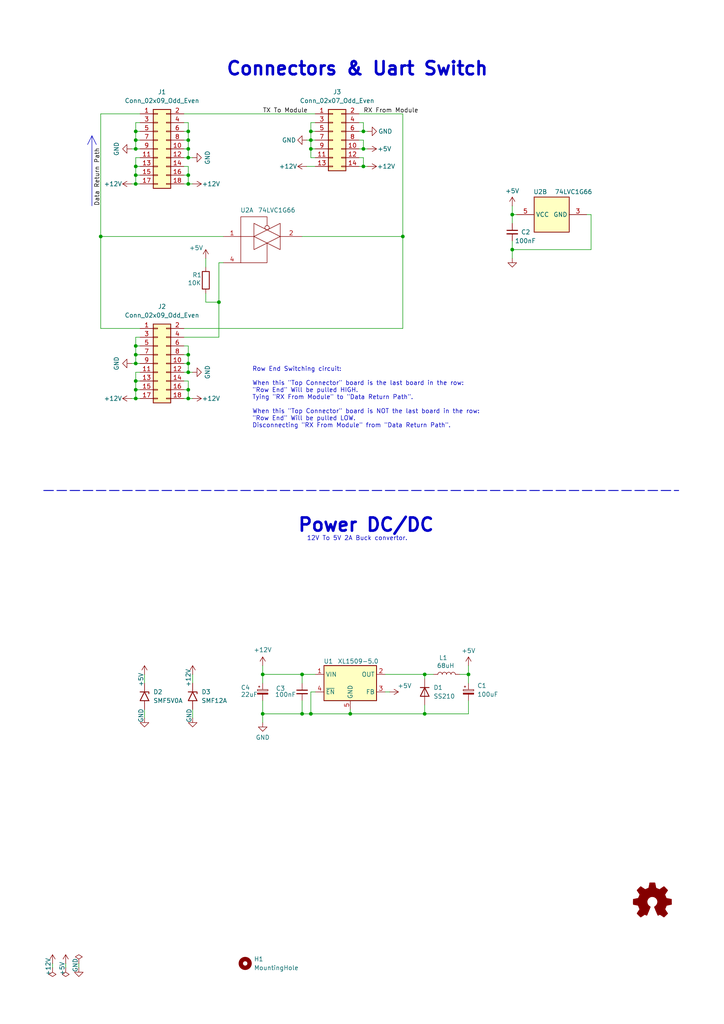
<source format=kicad_sch>
(kicad_sch
	(version 20231120)
	(generator "eeschema")
	(generator_version "8.0")
	(uuid "af031611-7aa5-43e1-8885-232b80813f15")
	(paper "A4" portrait)
	(title_block
		(title "Top Connector")
		(date "${DATE}")
		(rev "3.0.0")
		(company "OpenFlap")
		(comment 1 "${GIT_TAG}")
		(comment 2 "Repo: github.com/ToonVanEyck/OpenFlap")
		(comment 3 "Designer: Toon Van Eyck")
	)
	(lib_symbols
		(symbol "74xGxx:74LVC1G66"
			(exclude_from_sim no)
			(in_bom yes)
			(on_board yes)
			(property "Reference" "U"
				(at 2.54 7.62 0)
				(effects
					(font
						(size 1.27 1.27)
					)
				)
			)
			(property "Value" "74LVC1G66"
				(at 7.62 -7.62 0)
				(effects
					(font
						(size 1.27 1.27)
					)
				)
			)
			(property "Footprint" ""
				(at 0 0 0)
				(effects
					(font
						(size 1.27 1.27)
					)
					(hide yes)
				)
			)
			(property "Datasheet" "http://www.ti.com/lit/ds/symlink/sn74lvc1g66.pdf"
				(at 0 0 0)
				(effects
					(font
						(size 1.27 1.27)
					)
					(hide yes)
				)
			)
			(property "Description" "Single Bilateral Analog Switch, SOT-23-5/SC-70-5"
				(at 0 0 0)
				(effects
					(font
						(size 1.27 1.27)
					)
					(hide yes)
				)
			)
			(property "ki_locked" ""
				(at 0 0 0)
				(effects
					(font
						(size 1.27 1.27)
					)
				)
			)
			(property "ki_keywords" "Single Bilateral Analog Switch"
				(at 0 0 0)
				(effects
					(font
						(size 1.27 1.27)
					)
					(hide yes)
				)
			)
			(property "ki_fp_filters" "SOT* SC*"
				(at 0 0 0)
				(effects
					(font
						(size 1.27 1.27)
					)
					(hide yes)
				)
			)
			(symbol "74LVC1G66_1_1"
				(polyline
					(pts
						(xy -7.62 0) (xy -3.81 0)
					)
					(stroke
						(width 0.1524)
						(type default)
					)
					(fill
						(type none)
					)
				)
				(polyline
					(pts
						(xy -7.62 -7.62) (xy 0 -7.62) (xy 0 -1.905)
					)
					(stroke
						(width 0.1524)
						(type default)
					)
					(fill
						(type none)
					)
				)
				(polyline
					(pts
						(xy -7.62 -7.62) (xy -7.62 5.715) (xy 0 5.715) (xy 0 3.175)
					)
					(stroke
						(width 0.1524)
						(type default)
					)
					(fill
						(type none)
					)
				)
				(polyline
					(pts
						(xy -3.81 0) (xy 3.81 3.81) (xy 3.81 -3.81) (xy -3.81 0)
					)
					(stroke
						(width 0.1524)
						(type default)
					)
					(fill
						(type none)
					)
				)
				(polyline
					(pts
						(xy -3.81 3.81) (xy -3.81 -3.81) (xy 3.81 0) (xy -3.81 3.81)
					)
					(stroke
						(width 0.1524)
						(type default)
					)
					(fill
						(type none)
					)
				)
				(circle
					(center 0 2.54)
					(radius 0.635)
					(stroke
						(width 0.1524)
						(type default)
					)
					(fill
						(type none)
					)
				)
				(pin bidirectional line
					(at -12.7 0 0)
					(length 5.08)
					(name "~"
						(effects
							(font
								(size 1.27 1.27)
							)
						)
					)
					(number "1"
						(effects
							(font
								(size 1.27 1.27)
							)
						)
					)
				)
				(pin bidirectional line
					(at 10.16 0 180)
					(length 6.35)
					(name "~"
						(effects
							(font
								(size 1.27 1.27)
							)
						)
					)
					(number "2"
						(effects
							(font
								(size 1.27 1.27)
							)
						)
					)
				)
				(pin input line
					(at -12.7 -7.62 0)
					(length 5.08)
					(name "~"
						(effects
							(font
								(size 1.27 1.27)
							)
						)
					)
					(number "4"
						(effects
							(font
								(size 1.27 1.27)
							)
						)
					)
				)
			)
			(symbol "74LVC1G66_2_1"
				(rectangle
					(start -5.08 5.08)
					(end 5.08 -5.08)
					(stroke
						(width 0.254)
						(type default)
					)
					(fill
						(type background)
					)
				)
				(pin power_in line
					(at 0 -10.16 90)
					(length 5.08)
					(name "GND"
						(effects
							(font
								(size 1.27 1.27)
							)
						)
					)
					(number "3"
						(effects
							(font
								(size 1.27 1.27)
							)
						)
					)
				)
				(pin power_in line
					(at 0 10.16 270)
					(length 5.08)
					(name "VCC"
						(effects
							(font
								(size 1.27 1.27)
							)
						)
					)
					(number "5"
						(effects
							(font
								(size 1.27 1.27)
							)
						)
					)
				)
			)
		)
		(symbol "Connector_Generic:Conn_02x07_Odd_Even"
			(pin_names
				(offset 1.016) hide)
			(exclude_from_sim no)
			(in_bom yes)
			(on_board yes)
			(property "Reference" "J"
				(at 1.27 10.16 0)
				(effects
					(font
						(size 1.27 1.27)
					)
				)
			)
			(property "Value" "Conn_02x07_Odd_Even"
				(at 1.27 -10.16 0)
				(effects
					(font
						(size 1.27 1.27)
					)
				)
			)
			(property "Footprint" ""
				(at 0 0 0)
				(effects
					(font
						(size 1.27 1.27)
					)
					(hide yes)
				)
			)
			(property "Datasheet" "~"
				(at 0 0 0)
				(effects
					(font
						(size 1.27 1.27)
					)
					(hide yes)
				)
			)
			(property "Description" "Generic connector, double row, 02x07, odd/even pin numbering scheme (row 1 odd numbers, row 2 even numbers), script generated (kicad-library-utils/schlib/autogen/connector/)"
				(at 0 0 0)
				(effects
					(font
						(size 1.27 1.27)
					)
					(hide yes)
				)
			)
			(property "ki_keywords" "connector"
				(at 0 0 0)
				(effects
					(font
						(size 1.27 1.27)
					)
					(hide yes)
				)
			)
			(property "ki_fp_filters" "Connector*:*_2x??_*"
				(at 0 0 0)
				(effects
					(font
						(size 1.27 1.27)
					)
					(hide yes)
				)
			)
			(symbol "Conn_02x07_Odd_Even_1_1"
				(rectangle
					(start -1.27 -7.493)
					(end 0 -7.747)
					(stroke
						(width 0.1524)
						(type default)
					)
					(fill
						(type none)
					)
				)
				(rectangle
					(start -1.27 -4.953)
					(end 0 -5.207)
					(stroke
						(width 0.1524)
						(type default)
					)
					(fill
						(type none)
					)
				)
				(rectangle
					(start -1.27 -2.413)
					(end 0 -2.667)
					(stroke
						(width 0.1524)
						(type default)
					)
					(fill
						(type none)
					)
				)
				(rectangle
					(start -1.27 0.127)
					(end 0 -0.127)
					(stroke
						(width 0.1524)
						(type default)
					)
					(fill
						(type none)
					)
				)
				(rectangle
					(start -1.27 2.667)
					(end 0 2.413)
					(stroke
						(width 0.1524)
						(type default)
					)
					(fill
						(type none)
					)
				)
				(rectangle
					(start -1.27 5.207)
					(end 0 4.953)
					(stroke
						(width 0.1524)
						(type default)
					)
					(fill
						(type none)
					)
				)
				(rectangle
					(start -1.27 7.747)
					(end 0 7.493)
					(stroke
						(width 0.1524)
						(type default)
					)
					(fill
						(type none)
					)
				)
				(rectangle
					(start -1.27 8.89)
					(end 3.81 -8.89)
					(stroke
						(width 0.254)
						(type default)
					)
					(fill
						(type background)
					)
				)
				(rectangle
					(start 3.81 -7.493)
					(end 2.54 -7.747)
					(stroke
						(width 0.1524)
						(type default)
					)
					(fill
						(type none)
					)
				)
				(rectangle
					(start 3.81 -4.953)
					(end 2.54 -5.207)
					(stroke
						(width 0.1524)
						(type default)
					)
					(fill
						(type none)
					)
				)
				(rectangle
					(start 3.81 -2.413)
					(end 2.54 -2.667)
					(stroke
						(width 0.1524)
						(type default)
					)
					(fill
						(type none)
					)
				)
				(rectangle
					(start 3.81 0.127)
					(end 2.54 -0.127)
					(stroke
						(width 0.1524)
						(type default)
					)
					(fill
						(type none)
					)
				)
				(rectangle
					(start 3.81 2.667)
					(end 2.54 2.413)
					(stroke
						(width 0.1524)
						(type default)
					)
					(fill
						(type none)
					)
				)
				(rectangle
					(start 3.81 5.207)
					(end 2.54 4.953)
					(stroke
						(width 0.1524)
						(type default)
					)
					(fill
						(type none)
					)
				)
				(rectangle
					(start 3.81 7.747)
					(end 2.54 7.493)
					(stroke
						(width 0.1524)
						(type default)
					)
					(fill
						(type none)
					)
				)
				(pin passive line
					(at -5.08 7.62 0)
					(length 3.81)
					(name "Pin_1"
						(effects
							(font
								(size 1.27 1.27)
							)
						)
					)
					(number "1"
						(effects
							(font
								(size 1.27 1.27)
							)
						)
					)
				)
				(pin passive line
					(at 7.62 -2.54 180)
					(length 3.81)
					(name "Pin_10"
						(effects
							(font
								(size 1.27 1.27)
							)
						)
					)
					(number "10"
						(effects
							(font
								(size 1.27 1.27)
							)
						)
					)
				)
				(pin passive line
					(at -5.08 -5.08 0)
					(length 3.81)
					(name "Pin_11"
						(effects
							(font
								(size 1.27 1.27)
							)
						)
					)
					(number "11"
						(effects
							(font
								(size 1.27 1.27)
							)
						)
					)
				)
				(pin passive line
					(at 7.62 -5.08 180)
					(length 3.81)
					(name "Pin_12"
						(effects
							(font
								(size 1.27 1.27)
							)
						)
					)
					(number "12"
						(effects
							(font
								(size 1.27 1.27)
							)
						)
					)
				)
				(pin passive line
					(at -5.08 -7.62 0)
					(length 3.81)
					(name "Pin_13"
						(effects
							(font
								(size 1.27 1.27)
							)
						)
					)
					(number "13"
						(effects
							(font
								(size 1.27 1.27)
							)
						)
					)
				)
				(pin passive line
					(at 7.62 -7.62 180)
					(length 3.81)
					(name "Pin_14"
						(effects
							(font
								(size 1.27 1.27)
							)
						)
					)
					(number "14"
						(effects
							(font
								(size 1.27 1.27)
							)
						)
					)
				)
				(pin passive line
					(at 7.62 7.62 180)
					(length 3.81)
					(name "Pin_2"
						(effects
							(font
								(size 1.27 1.27)
							)
						)
					)
					(number "2"
						(effects
							(font
								(size 1.27 1.27)
							)
						)
					)
				)
				(pin passive line
					(at -5.08 5.08 0)
					(length 3.81)
					(name "Pin_3"
						(effects
							(font
								(size 1.27 1.27)
							)
						)
					)
					(number "3"
						(effects
							(font
								(size 1.27 1.27)
							)
						)
					)
				)
				(pin passive line
					(at 7.62 5.08 180)
					(length 3.81)
					(name "Pin_4"
						(effects
							(font
								(size 1.27 1.27)
							)
						)
					)
					(number "4"
						(effects
							(font
								(size 1.27 1.27)
							)
						)
					)
				)
				(pin passive line
					(at -5.08 2.54 0)
					(length 3.81)
					(name "Pin_5"
						(effects
							(font
								(size 1.27 1.27)
							)
						)
					)
					(number "5"
						(effects
							(font
								(size 1.27 1.27)
							)
						)
					)
				)
				(pin passive line
					(at 7.62 2.54 180)
					(length 3.81)
					(name "Pin_6"
						(effects
							(font
								(size 1.27 1.27)
							)
						)
					)
					(number "6"
						(effects
							(font
								(size 1.27 1.27)
							)
						)
					)
				)
				(pin passive line
					(at -5.08 0 0)
					(length 3.81)
					(name "Pin_7"
						(effects
							(font
								(size 1.27 1.27)
							)
						)
					)
					(number "7"
						(effects
							(font
								(size 1.27 1.27)
							)
						)
					)
				)
				(pin passive line
					(at 7.62 0 180)
					(length 3.81)
					(name "Pin_8"
						(effects
							(font
								(size 1.27 1.27)
							)
						)
					)
					(number "8"
						(effects
							(font
								(size 1.27 1.27)
							)
						)
					)
				)
				(pin passive line
					(at -5.08 -2.54 0)
					(length 3.81)
					(name "Pin_9"
						(effects
							(font
								(size 1.27 1.27)
							)
						)
					)
					(number "9"
						(effects
							(font
								(size 1.27 1.27)
							)
						)
					)
				)
			)
		)
		(symbol "Connector_Generic:Conn_02x09_Odd_Even"
			(pin_names
				(offset 1.016) hide)
			(exclude_from_sim no)
			(in_bom yes)
			(on_board yes)
			(property "Reference" "J"
				(at 1.27 12.7 0)
				(effects
					(font
						(size 1.27 1.27)
					)
				)
			)
			(property "Value" "Conn_02x09_Odd_Even"
				(at 1.27 -12.7 0)
				(effects
					(font
						(size 1.27 1.27)
					)
				)
			)
			(property "Footprint" ""
				(at 0 0 0)
				(effects
					(font
						(size 1.27 1.27)
					)
					(hide yes)
				)
			)
			(property "Datasheet" "~"
				(at 0 0 0)
				(effects
					(font
						(size 1.27 1.27)
					)
					(hide yes)
				)
			)
			(property "Description" "Generic connector, double row, 02x09, odd/even pin numbering scheme (row 1 odd numbers, row 2 even numbers), script generated (kicad-library-utils/schlib/autogen/connector/)"
				(at 0 0 0)
				(effects
					(font
						(size 1.27 1.27)
					)
					(hide yes)
				)
			)
			(property "ki_keywords" "connector"
				(at 0 0 0)
				(effects
					(font
						(size 1.27 1.27)
					)
					(hide yes)
				)
			)
			(property "ki_fp_filters" "Connector*:*_2x??_*"
				(at 0 0 0)
				(effects
					(font
						(size 1.27 1.27)
					)
					(hide yes)
				)
			)
			(symbol "Conn_02x09_Odd_Even_1_1"
				(rectangle
					(start -1.27 -10.033)
					(end 0 -10.287)
					(stroke
						(width 0.1524)
						(type default)
					)
					(fill
						(type none)
					)
				)
				(rectangle
					(start -1.27 -7.493)
					(end 0 -7.747)
					(stroke
						(width 0.1524)
						(type default)
					)
					(fill
						(type none)
					)
				)
				(rectangle
					(start -1.27 -4.953)
					(end 0 -5.207)
					(stroke
						(width 0.1524)
						(type default)
					)
					(fill
						(type none)
					)
				)
				(rectangle
					(start -1.27 -2.413)
					(end 0 -2.667)
					(stroke
						(width 0.1524)
						(type default)
					)
					(fill
						(type none)
					)
				)
				(rectangle
					(start -1.27 0.127)
					(end 0 -0.127)
					(stroke
						(width 0.1524)
						(type default)
					)
					(fill
						(type none)
					)
				)
				(rectangle
					(start -1.27 2.667)
					(end 0 2.413)
					(stroke
						(width 0.1524)
						(type default)
					)
					(fill
						(type none)
					)
				)
				(rectangle
					(start -1.27 5.207)
					(end 0 4.953)
					(stroke
						(width 0.1524)
						(type default)
					)
					(fill
						(type none)
					)
				)
				(rectangle
					(start -1.27 7.747)
					(end 0 7.493)
					(stroke
						(width 0.1524)
						(type default)
					)
					(fill
						(type none)
					)
				)
				(rectangle
					(start -1.27 10.287)
					(end 0 10.033)
					(stroke
						(width 0.1524)
						(type default)
					)
					(fill
						(type none)
					)
				)
				(rectangle
					(start -1.27 11.43)
					(end 3.81 -11.43)
					(stroke
						(width 0.254)
						(type default)
					)
					(fill
						(type background)
					)
				)
				(rectangle
					(start 3.81 -10.033)
					(end 2.54 -10.287)
					(stroke
						(width 0.1524)
						(type default)
					)
					(fill
						(type none)
					)
				)
				(rectangle
					(start 3.81 -7.493)
					(end 2.54 -7.747)
					(stroke
						(width 0.1524)
						(type default)
					)
					(fill
						(type none)
					)
				)
				(rectangle
					(start 3.81 -4.953)
					(end 2.54 -5.207)
					(stroke
						(width 0.1524)
						(type default)
					)
					(fill
						(type none)
					)
				)
				(rectangle
					(start 3.81 -2.413)
					(end 2.54 -2.667)
					(stroke
						(width 0.1524)
						(type default)
					)
					(fill
						(type none)
					)
				)
				(rectangle
					(start 3.81 0.127)
					(end 2.54 -0.127)
					(stroke
						(width 0.1524)
						(type default)
					)
					(fill
						(type none)
					)
				)
				(rectangle
					(start 3.81 2.667)
					(end 2.54 2.413)
					(stroke
						(width 0.1524)
						(type default)
					)
					(fill
						(type none)
					)
				)
				(rectangle
					(start 3.81 5.207)
					(end 2.54 4.953)
					(stroke
						(width 0.1524)
						(type default)
					)
					(fill
						(type none)
					)
				)
				(rectangle
					(start 3.81 7.747)
					(end 2.54 7.493)
					(stroke
						(width 0.1524)
						(type default)
					)
					(fill
						(type none)
					)
				)
				(rectangle
					(start 3.81 10.287)
					(end 2.54 10.033)
					(stroke
						(width 0.1524)
						(type default)
					)
					(fill
						(type none)
					)
				)
				(pin passive line
					(at -5.08 10.16 0)
					(length 3.81)
					(name "Pin_1"
						(effects
							(font
								(size 1.27 1.27)
							)
						)
					)
					(number "1"
						(effects
							(font
								(size 1.27 1.27)
							)
						)
					)
				)
				(pin passive line
					(at 7.62 0 180)
					(length 3.81)
					(name "Pin_10"
						(effects
							(font
								(size 1.27 1.27)
							)
						)
					)
					(number "10"
						(effects
							(font
								(size 1.27 1.27)
							)
						)
					)
				)
				(pin passive line
					(at -5.08 -2.54 0)
					(length 3.81)
					(name "Pin_11"
						(effects
							(font
								(size 1.27 1.27)
							)
						)
					)
					(number "11"
						(effects
							(font
								(size 1.27 1.27)
							)
						)
					)
				)
				(pin passive line
					(at 7.62 -2.54 180)
					(length 3.81)
					(name "Pin_12"
						(effects
							(font
								(size 1.27 1.27)
							)
						)
					)
					(number "12"
						(effects
							(font
								(size 1.27 1.27)
							)
						)
					)
				)
				(pin passive line
					(at -5.08 -5.08 0)
					(length 3.81)
					(name "Pin_13"
						(effects
							(font
								(size 1.27 1.27)
							)
						)
					)
					(number "13"
						(effects
							(font
								(size 1.27 1.27)
							)
						)
					)
				)
				(pin passive line
					(at 7.62 -5.08 180)
					(length 3.81)
					(name "Pin_14"
						(effects
							(font
								(size 1.27 1.27)
							)
						)
					)
					(number "14"
						(effects
							(font
								(size 1.27 1.27)
							)
						)
					)
				)
				(pin passive line
					(at -5.08 -7.62 0)
					(length 3.81)
					(name "Pin_15"
						(effects
							(font
								(size 1.27 1.27)
							)
						)
					)
					(number "15"
						(effects
							(font
								(size 1.27 1.27)
							)
						)
					)
				)
				(pin passive line
					(at 7.62 -7.62 180)
					(length 3.81)
					(name "Pin_16"
						(effects
							(font
								(size 1.27 1.27)
							)
						)
					)
					(number "16"
						(effects
							(font
								(size 1.27 1.27)
							)
						)
					)
				)
				(pin passive line
					(at -5.08 -10.16 0)
					(length 3.81)
					(name "Pin_17"
						(effects
							(font
								(size 1.27 1.27)
							)
						)
					)
					(number "17"
						(effects
							(font
								(size 1.27 1.27)
							)
						)
					)
				)
				(pin passive line
					(at 7.62 -10.16 180)
					(length 3.81)
					(name "Pin_18"
						(effects
							(font
								(size 1.27 1.27)
							)
						)
					)
					(number "18"
						(effects
							(font
								(size 1.27 1.27)
							)
						)
					)
				)
				(pin passive line
					(at 7.62 10.16 180)
					(length 3.81)
					(name "Pin_2"
						(effects
							(font
								(size 1.27 1.27)
							)
						)
					)
					(number "2"
						(effects
							(font
								(size 1.27 1.27)
							)
						)
					)
				)
				(pin passive line
					(at -5.08 7.62 0)
					(length 3.81)
					(name "Pin_3"
						(effects
							(font
								(size 1.27 1.27)
							)
						)
					)
					(number "3"
						(effects
							(font
								(size 1.27 1.27)
							)
						)
					)
				)
				(pin passive line
					(at 7.62 7.62 180)
					(length 3.81)
					(name "Pin_4"
						(effects
							(font
								(size 1.27 1.27)
							)
						)
					)
					(number "4"
						(effects
							(font
								(size 1.27 1.27)
							)
						)
					)
				)
				(pin passive line
					(at -5.08 5.08 0)
					(length 3.81)
					(name "Pin_5"
						(effects
							(font
								(size 1.27 1.27)
							)
						)
					)
					(number "5"
						(effects
							(font
								(size 1.27 1.27)
							)
						)
					)
				)
				(pin passive line
					(at 7.62 5.08 180)
					(length 3.81)
					(name "Pin_6"
						(effects
							(font
								(size 1.27 1.27)
							)
						)
					)
					(number "6"
						(effects
							(font
								(size 1.27 1.27)
							)
						)
					)
				)
				(pin passive line
					(at -5.08 2.54 0)
					(length 3.81)
					(name "Pin_7"
						(effects
							(font
								(size 1.27 1.27)
							)
						)
					)
					(number "7"
						(effects
							(font
								(size 1.27 1.27)
							)
						)
					)
				)
				(pin passive line
					(at 7.62 2.54 180)
					(length 3.81)
					(name "Pin_8"
						(effects
							(font
								(size 1.27 1.27)
							)
						)
					)
					(number "8"
						(effects
							(font
								(size 1.27 1.27)
							)
						)
					)
				)
				(pin passive line
					(at -5.08 0 0)
					(length 3.81)
					(name "Pin_9"
						(effects
							(font
								(size 1.27 1.27)
							)
						)
					)
					(number "9"
						(effects
							(font
								(size 1.27 1.27)
							)
						)
					)
				)
			)
		)
		(symbol "Device:C_Polarized_Small"
			(pin_numbers hide)
			(pin_names
				(offset 0.254) hide)
			(exclude_from_sim no)
			(in_bom yes)
			(on_board yes)
			(property "Reference" "C"
				(at 0.254 1.778 0)
				(effects
					(font
						(size 1.27 1.27)
					)
					(justify left)
				)
			)
			(property "Value" "C_Polarized_Small"
				(at 0.254 -2.032 0)
				(effects
					(font
						(size 1.27 1.27)
					)
					(justify left)
				)
			)
			(property "Footprint" ""
				(at 0 0 0)
				(effects
					(font
						(size 1.27 1.27)
					)
					(hide yes)
				)
			)
			(property "Datasheet" "~"
				(at 0 0 0)
				(effects
					(font
						(size 1.27 1.27)
					)
					(hide yes)
				)
			)
			(property "Description" "Polarized capacitor, small symbol"
				(at 0 0 0)
				(effects
					(font
						(size 1.27 1.27)
					)
					(hide yes)
				)
			)
			(property "ki_keywords" "cap capacitor"
				(at 0 0 0)
				(effects
					(font
						(size 1.27 1.27)
					)
					(hide yes)
				)
			)
			(property "ki_fp_filters" "CP_*"
				(at 0 0 0)
				(effects
					(font
						(size 1.27 1.27)
					)
					(hide yes)
				)
			)
			(symbol "C_Polarized_Small_0_1"
				(rectangle
					(start -1.524 -0.3048)
					(end 1.524 -0.6858)
					(stroke
						(width 0)
						(type default)
					)
					(fill
						(type outline)
					)
				)
				(rectangle
					(start -1.524 0.6858)
					(end 1.524 0.3048)
					(stroke
						(width 0)
						(type default)
					)
					(fill
						(type none)
					)
				)
				(polyline
					(pts
						(xy -1.27 1.524) (xy -0.762 1.524)
					)
					(stroke
						(width 0)
						(type default)
					)
					(fill
						(type none)
					)
				)
				(polyline
					(pts
						(xy -1.016 1.27) (xy -1.016 1.778)
					)
					(stroke
						(width 0)
						(type default)
					)
					(fill
						(type none)
					)
				)
			)
			(symbol "C_Polarized_Small_1_1"
				(pin passive line
					(at 0 2.54 270)
					(length 1.8542)
					(name "~"
						(effects
							(font
								(size 1.27 1.27)
							)
						)
					)
					(number "1"
						(effects
							(font
								(size 1.27 1.27)
							)
						)
					)
				)
				(pin passive line
					(at 0 -2.54 90)
					(length 1.8542)
					(name "~"
						(effects
							(font
								(size 1.27 1.27)
							)
						)
					)
					(number "2"
						(effects
							(font
								(size 1.27 1.27)
							)
						)
					)
				)
			)
		)
		(symbol "Device:C_Small"
			(pin_numbers hide)
			(pin_names
				(offset 0.254) hide)
			(exclude_from_sim no)
			(in_bom yes)
			(on_board yes)
			(property "Reference" "C"
				(at 0.254 1.778 0)
				(effects
					(font
						(size 1.27 1.27)
					)
					(justify left)
				)
			)
			(property "Value" "C_Small"
				(at 0.254 -2.032 0)
				(effects
					(font
						(size 1.27 1.27)
					)
					(justify left)
				)
			)
			(property "Footprint" ""
				(at 0 0 0)
				(effects
					(font
						(size 1.27 1.27)
					)
					(hide yes)
				)
			)
			(property "Datasheet" "~"
				(at 0 0 0)
				(effects
					(font
						(size 1.27 1.27)
					)
					(hide yes)
				)
			)
			(property "Description" "Unpolarized capacitor, small symbol"
				(at 0 0 0)
				(effects
					(font
						(size 1.27 1.27)
					)
					(hide yes)
				)
			)
			(property "ki_keywords" "capacitor cap"
				(at 0 0 0)
				(effects
					(font
						(size 1.27 1.27)
					)
					(hide yes)
				)
			)
			(property "ki_fp_filters" "C_*"
				(at 0 0 0)
				(effects
					(font
						(size 1.27 1.27)
					)
					(hide yes)
				)
			)
			(symbol "C_Small_0_1"
				(polyline
					(pts
						(xy -1.524 -0.508) (xy 1.524 -0.508)
					)
					(stroke
						(width 0.3302)
						(type default)
					)
					(fill
						(type none)
					)
				)
				(polyline
					(pts
						(xy -1.524 0.508) (xy 1.524 0.508)
					)
					(stroke
						(width 0.3048)
						(type default)
					)
					(fill
						(type none)
					)
				)
			)
			(symbol "C_Small_1_1"
				(pin passive line
					(at 0 2.54 270)
					(length 2.032)
					(name "~"
						(effects
							(font
								(size 1.27 1.27)
							)
						)
					)
					(number "1"
						(effects
							(font
								(size 1.27 1.27)
							)
						)
					)
				)
				(pin passive line
					(at 0 -2.54 90)
					(length 2.032)
					(name "~"
						(effects
							(font
								(size 1.27 1.27)
							)
						)
					)
					(number "2"
						(effects
							(font
								(size 1.27 1.27)
							)
						)
					)
				)
			)
		)
		(symbol "Device:D"
			(pin_numbers hide)
			(pin_names
				(offset 1.016) hide)
			(exclude_from_sim no)
			(in_bom yes)
			(on_board yes)
			(property "Reference" "D"
				(at 0 2.54 0)
				(effects
					(font
						(size 1.27 1.27)
					)
				)
			)
			(property "Value" "D"
				(at 0 -2.54 0)
				(effects
					(font
						(size 1.27 1.27)
					)
				)
			)
			(property "Footprint" ""
				(at 0 0 0)
				(effects
					(font
						(size 1.27 1.27)
					)
					(hide yes)
				)
			)
			(property "Datasheet" "~"
				(at 0 0 0)
				(effects
					(font
						(size 1.27 1.27)
					)
					(hide yes)
				)
			)
			(property "Description" "Diode"
				(at 0 0 0)
				(effects
					(font
						(size 1.27 1.27)
					)
					(hide yes)
				)
			)
			(property "Sim.Device" "D"
				(at 0 0 0)
				(effects
					(font
						(size 1.27 1.27)
					)
					(hide yes)
				)
			)
			(property "Sim.Pins" "1=K 2=A"
				(at 0 0 0)
				(effects
					(font
						(size 1.27 1.27)
					)
					(hide yes)
				)
			)
			(property "ki_keywords" "diode"
				(at 0 0 0)
				(effects
					(font
						(size 1.27 1.27)
					)
					(hide yes)
				)
			)
			(property "ki_fp_filters" "TO-???* *_Diode_* *SingleDiode* D_*"
				(at 0 0 0)
				(effects
					(font
						(size 1.27 1.27)
					)
					(hide yes)
				)
			)
			(symbol "D_0_1"
				(polyline
					(pts
						(xy -1.27 1.27) (xy -1.27 -1.27)
					)
					(stroke
						(width 0.254)
						(type default)
					)
					(fill
						(type none)
					)
				)
				(polyline
					(pts
						(xy 1.27 0) (xy -1.27 0)
					)
					(stroke
						(width 0)
						(type default)
					)
					(fill
						(type none)
					)
				)
				(polyline
					(pts
						(xy 1.27 1.27) (xy 1.27 -1.27) (xy -1.27 0) (xy 1.27 1.27)
					)
					(stroke
						(width 0.254)
						(type default)
					)
					(fill
						(type none)
					)
				)
			)
			(symbol "D_1_1"
				(pin passive line
					(at -3.81 0 0)
					(length 2.54)
					(name "K"
						(effects
							(font
								(size 1.27 1.27)
							)
						)
					)
					(number "1"
						(effects
							(font
								(size 1.27 1.27)
							)
						)
					)
				)
				(pin passive line
					(at 3.81 0 180)
					(length 2.54)
					(name "A"
						(effects
							(font
								(size 1.27 1.27)
							)
						)
					)
					(number "2"
						(effects
							(font
								(size 1.27 1.27)
							)
						)
					)
				)
			)
		)
		(symbol "Device:L"
			(pin_numbers hide)
			(pin_names
				(offset 1.016) hide)
			(exclude_from_sim no)
			(in_bom yes)
			(on_board yes)
			(property "Reference" "L"
				(at -1.27 0 90)
				(effects
					(font
						(size 1.27 1.27)
					)
				)
			)
			(property "Value" "L"
				(at 1.905 0 90)
				(effects
					(font
						(size 1.27 1.27)
					)
				)
			)
			(property "Footprint" ""
				(at 0 0 0)
				(effects
					(font
						(size 1.27 1.27)
					)
					(hide yes)
				)
			)
			(property "Datasheet" "~"
				(at 0 0 0)
				(effects
					(font
						(size 1.27 1.27)
					)
					(hide yes)
				)
			)
			(property "Description" "Inductor"
				(at 0 0 0)
				(effects
					(font
						(size 1.27 1.27)
					)
					(hide yes)
				)
			)
			(property "ki_keywords" "inductor choke coil reactor magnetic"
				(at 0 0 0)
				(effects
					(font
						(size 1.27 1.27)
					)
					(hide yes)
				)
			)
			(property "ki_fp_filters" "Choke_* *Coil* Inductor_* L_*"
				(at 0 0 0)
				(effects
					(font
						(size 1.27 1.27)
					)
					(hide yes)
				)
			)
			(symbol "L_0_1"
				(arc
					(start 0 -2.54)
					(mid 0.6323 -1.905)
					(end 0 -1.27)
					(stroke
						(width 0)
						(type default)
					)
					(fill
						(type none)
					)
				)
				(arc
					(start 0 -1.27)
					(mid 0.6323 -0.635)
					(end 0 0)
					(stroke
						(width 0)
						(type default)
					)
					(fill
						(type none)
					)
				)
				(arc
					(start 0 0)
					(mid 0.6323 0.635)
					(end 0 1.27)
					(stroke
						(width 0)
						(type default)
					)
					(fill
						(type none)
					)
				)
				(arc
					(start 0 1.27)
					(mid 0.6323 1.905)
					(end 0 2.54)
					(stroke
						(width 0)
						(type default)
					)
					(fill
						(type none)
					)
				)
			)
			(symbol "L_1_1"
				(pin passive line
					(at 0 3.81 270)
					(length 1.27)
					(name "1"
						(effects
							(font
								(size 1.27 1.27)
							)
						)
					)
					(number "1"
						(effects
							(font
								(size 1.27 1.27)
							)
						)
					)
				)
				(pin passive line
					(at 0 -3.81 90)
					(length 1.27)
					(name "2"
						(effects
							(font
								(size 1.27 1.27)
							)
						)
					)
					(number "2"
						(effects
							(font
								(size 1.27 1.27)
							)
						)
					)
				)
			)
		)
		(symbol "Device:R"
			(pin_numbers hide)
			(pin_names
				(offset 0)
			)
			(exclude_from_sim no)
			(in_bom yes)
			(on_board yes)
			(property "Reference" "R"
				(at 2.032 0 90)
				(effects
					(font
						(size 1.27 1.27)
					)
				)
			)
			(property "Value" "R"
				(at 0 0 90)
				(effects
					(font
						(size 1.27 1.27)
					)
				)
			)
			(property "Footprint" ""
				(at -1.778 0 90)
				(effects
					(font
						(size 1.27 1.27)
					)
					(hide yes)
				)
			)
			(property "Datasheet" "~"
				(at 0 0 0)
				(effects
					(font
						(size 1.27 1.27)
					)
					(hide yes)
				)
			)
			(property "Description" "Resistor"
				(at 0 0 0)
				(effects
					(font
						(size 1.27 1.27)
					)
					(hide yes)
				)
			)
			(property "ki_keywords" "R res resistor"
				(at 0 0 0)
				(effects
					(font
						(size 1.27 1.27)
					)
					(hide yes)
				)
			)
			(property "ki_fp_filters" "R_*"
				(at 0 0 0)
				(effects
					(font
						(size 1.27 1.27)
					)
					(hide yes)
				)
			)
			(symbol "R_0_1"
				(rectangle
					(start -1.016 -2.54)
					(end 1.016 2.54)
					(stroke
						(width 0.254)
						(type default)
					)
					(fill
						(type none)
					)
				)
			)
			(symbol "R_1_1"
				(pin passive line
					(at 0 3.81 270)
					(length 1.27)
					(name "~"
						(effects
							(font
								(size 1.27 1.27)
							)
						)
					)
					(number "1"
						(effects
							(font
								(size 1.27 1.27)
							)
						)
					)
				)
				(pin passive line
					(at 0 -3.81 90)
					(length 1.27)
					(name "~"
						(effects
							(font
								(size 1.27 1.27)
							)
						)
					)
					(number "2"
						(effects
							(font
								(size 1.27 1.27)
							)
						)
					)
				)
			)
		)
		(symbol "Diode:SMF12A"
			(pin_numbers hide)
			(pin_names
				(offset 1.016) hide)
			(exclude_from_sim no)
			(in_bom yes)
			(on_board yes)
			(property "Reference" "D"
				(at 0 2.54 0)
				(effects
					(font
						(size 1.27 1.27)
					)
				)
			)
			(property "Value" "SMF12A"
				(at 0 -2.54 0)
				(effects
					(font
						(size 1.27 1.27)
					)
				)
			)
			(property "Footprint" "Diode_SMD:D_SMF"
				(at 0 -5.08 0)
				(effects
					(font
						(size 1.27 1.27)
					)
					(hide yes)
				)
			)
			(property "Datasheet" "https://www.vishay.com/doc?85881"
				(at -1.27 0 0)
				(effects
					(font
						(size 1.27 1.27)
					)
					(hide yes)
				)
			)
			(property "Description" "200W unidirectional Transil Transient Voltage Suppressor, 12Vrwm, SMF"
				(at 0 0 0)
				(effects
					(font
						(size 1.27 1.27)
					)
					(hide yes)
				)
			)
			(property "ki_keywords" "diode TVS voltage suppressor"
				(at 0 0 0)
				(effects
					(font
						(size 1.27 1.27)
					)
					(hide yes)
				)
			)
			(property "ki_fp_filters" "D*SMF*"
				(at 0 0 0)
				(effects
					(font
						(size 1.27 1.27)
					)
					(hide yes)
				)
			)
			(symbol "SMF12A_0_1"
				(polyline
					(pts
						(xy -0.762 1.27) (xy -1.27 1.27) (xy -1.27 -1.27)
					)
					(stroke
						(width 0.254)
						(type default)
					)
					(fill
						(type none)
					)
				)
				(polyline
					(pts
						(xy 1.27 1.27) (xy 1.27 -1.27) (xy -1.27 0) (xy 1.27 1.27)
					)
					(stroke
						(width 0.254)
						(type default)
					)
					(fill
						(type none)
					)
				)
			)
			(symbol "SMF12A_1_1"
				(pin passive line
					(at -3.81 0 0)
					(length 2.54)
					(name "A1"
						(effects
							(font
								(size 1.27 1.27)
							)
						)
					)
					(number "1"
						(effects
							(font
								(size 1.27 1.27)
							)
						)
					)
				)
				(pin passive line
					(at 3.81 0 180)
					(length 2.54)
					(name "A2"
						(effects
							(font
								(size 1.27 1.27)
							)
						)
					)
					(number "2"
						(effects
							(font
								(size 1.27 1.27)
							)
						)
					)
				)
			)
		)
		(symbol "Diode:SMF5V0A"
			(pin_numbers hide)
			(pin_names
				(offset 1.016) hide)
			(exclude_from_sim no)
			(in_bom yes)
			(on_board yes)
			(property "Reference" "D"
				(at 0 2.54 0)
				(effects
					(font
						(size 1.27 1.27)
					)
				)
			)
			(property "Value" "SMF5V0A"
				(at 0 -2.54 0)
				(effects
					(font
						(size 1.27 1.27)
					)
				)
			)
			(property "Footprint" "Diode_SMD:D_SMF"
				(at 0 -5.08 0)
				(effects
					(font
						(size 1.27 1.27)
					)
					(hide yes)
				)
			)
			(property "Datasheet" "https://www.vishay.com/doc?85881"
				(at -1.27 0 0)
				(effects
					(font
						(size 1.27 1.27)
					)
					(hide yes)
				)
			)
			(property "Description" "200W unidirectional Transil Transient Voltage Suppressor, 5Vrwm, SMF"
				(at 0 0 0)
				(effects
					(font
						(size 1.27 1.27)
					)
					(hide yes)
				)
			)
			(property "ki_keywords" "diode TVS voltage suppressor"
				(at 0 0 0)
				(effects
					(font
						(size 1.27 1.27)
					)
					(hide yes)
				)
			)
			(property "ki_fp_filters" "D*SMF*"
				(at 0 0 0)
				(effects
					(font
						(size 1.27 1.27)
					)
					(hide yes)
				)
			)
			(symbol "SMF5V0A_0_1"
				(polyline
					(pts
						(xy -0.762 1.27) (xy -1.27 1.27) (xy -1.27 -1.27)
					)
					(stroke
						(width 0.254)
						(type default)
					)
					(fill
						(type none)
					)
				)
				(polyline
					(pts
						(xy 1.27 1.27) (xy 1.27 -1.27) (xy -1.27 0) (xy 1.27 1.27)
					)
					(stroke
						(width 0.254)
						(type default)
					)
					(fill
						(type none)
					)
				)
			)
			(symbol "SMF5V0A_1_1"
				(pin passive line
					(at -3.81 0 0)
					(length 2.54)
					(name "A1"
						(effects
							(font
								(size 1.27 1.27)
							)
						)
					)
					(number "1"
						(effects
							(font
								(size 1.27 1.27)
							)
						)
					)
				)
				(pin passive line
					(at 3.81 0 180)
					(length 2.54)
					(name "A2"
						(effects
							(font
								(size 1.27 1.27)
							)
						)
					)
					(number "2"
						(effects
							(font
								(size 1.27 1.27)
							)
						)
					)
				)
			)
		)
		(symbol "Graphic:Logo_Open_Hardware_Small"
			(exclude_from_sim no)
			(in_bom no)
			(on_board no)
			(property "Reference" "#SYM"
				(at 0 6.985 0)
				(effects
					(font
						(size 1.27 1.27)
					)
					(hide yes)
				)
			)
			(property "Value" "Logo_Open_Hardware_Small"
				(at 0 -5.715 0)
				(effects
					(font
						(size 1.27 1.27)
					)
					(hide yes)
				)
			)
			(property "Footprint" ""
				(at 0 0 0)
				(effects
					(font
						(size 1.27 1.27)
					)
					(hide yes)
				)
			)
			(property "Datasheet" "~"
				(at 0 0 0)
				(effects
					(font
						(size 1.27 1.27)
					)
					(hide yes)
				)
			)
			(property "Description" "Open Hardware logo, small"
				(at 0 0 0)
				(effects
					(font
						(size 1.27 1.27)
					)
					(hide yes)
				)
			)
			(property "Sim.Enable" "0"
				(at 0 0 0)
				(effects
					(font
						(size 1.27 1.27)
					)
					(hide yes)
				)
			)
			(property "ki_keywords" "Logo"
				(at 0 0 0)
				(effects
					(font
						(size 1.27 1.27)
					)
					(hide yes)
				)
			)
			(symbol "Logo_Open_Hardware_Small_0_1"
				(polyline
					(pts
						(xy 3.3528 -4.3434) (xy 3.302 -4.318) (xy 3.175 -4.2418) (xy 2.9972 -4.1148) (xy 2.7686 -3.9624)
						(xy 2.54 -3.81) (xy 2.3622 -3.7084) (xy 2.2352 -3.6068) (xy 2.1844 -3.5814) (xy 2.159 -3.6068)
						(xy 2.0574 -3.6576) (xy 1.905 -3.7338) (xy 1.8034 -3.7846) (xy 1.6764 -3.8354) (xy 1.6002 -3.8354)
						(xy 1.6002 -3.8354) (xy 1.5494 -3.7338) (xy 1.4732 -3.5306) (xy 1.3462 -3.302) (xy 1.2446 -3.0226)
						(xy 1.1176 -2.7178) (xy 0.9652 -2.413) (xy 0.8636 -2.1082) (xy 0.7366 -1.8288) (xy 0.6604 -1.6256)
						(xy 0.6096 -1.4732) (xy 0.5842 -1.397) (xy 0.5842 -1.397) (xy 0.6604 -1.3208) (xy 0.7874 -1.2446)
						(xy 1.0414 -1.016) (xy 1.2954 -0.6858) (xy 1.4478 -0.3302) (xy 1.524 0.0762) (xy 1.4732 0.4572)
						(xy 1.3208 0.8128) (xy 1.0668 1.143) (xy 0.762 1.3716) (xy 0.4064 1.524) (xy 0 1.5748) (xy -0.381 1.5494)
						(xy -0.7366 1.397) (xy -1.0668 1.143) (xy -1.2192 0.9906) (xy -1.397 0.6604) (xy -1.524 0.3048)
						(xy -1.524 0.2286) (xy -1.4986 -0.1778) (xy -1.397 -0.5334) (xy -1.1938 -0.8636) (xy -0.9144 -1.143)
						(xy -0.8636 -1.1684) (xy -0.7366 -1.27) (xy -0.635 -1.3462) (xy -0.5842 -1.397) (xy -1.0668 -2.5908)
						(xy -1.143 -2.794) (xy -1.2954 -3.1242) (xy -1.397 -3.4036) (xy -1.4986 -3.6322) (xy -1.5748 -3.7846)
						(xy -1.6002 -3.8354) (xy -1.6002 -3.8354) (xy -1.651 -3.8354) (xy -1.7272 -3.81) (xy -1.905 -3.7338)
						(xy -2.0066 -3.683) (xy -2.1336 -3.6068) (xy -2.2098 -3.5814) (xy -2.2606 -3.6068) (xy -2.3622 -3.683)
						(xy -2.54 -3.81) (xy -2.7686 -3.9624) (xy -2.9718 -4.0894) (xy -3.1496 -4.2164) (xy -3.302 -4.318)
						(xy -3.3528 -4.3434) (xy -3.3782 -4.3434) (xy -3.429 -4.318) (xy -3.5306 -4.2164) (xy -3.7084 -4.064)
						(xy -3.937 -3.8354) (xy -3.9624 -3.81) (xy -4.1656 -3.6068) (xy -4.318 -3.4544) (xy -4.4196 -3.3274)
						(xy -4.445 -3.2766) (xy -4.445 -3.2766) (xy -4.4196 -3.2258) (xy -4.318 -3.0734) (xy -4.2164 -2.8956)
						(xy -4.064 -2.667) (xy -3.6576 -2.0828) (xy -3.8862 -1.5494) (xy -3.937 -1.3716) (xy -4.0386 -1.1684)
						(xy -4.0894 -1.0414) (xy -4.1148 -0.9652) (xy -4.191 -0.9398) (xy -4.318 -0.9144) (xy -4.5466 -0.8636)
						(xy -4.8006 -0.8128) (xy -5.0546 -0.7874) (xy -5.2578 -0.7366) (xy -5.4356 -0.7112) (xy -5.5118 -0.6858)
						(xy -5.5118 -0.6858) (xy -5.5372 -0.635) (xy -5.5372 -0.5588) (xy -5.5372 -0.4318) (xy -5.5626 -0.2286)
						(xy -5.5626 0.0762) (xy -5.5626 0.127) (xy -5.5372 0.4064) (xy -5.5372 0.635) (xy -5.5372 0.762)
						(xy -5.5372 0.8382) (xy -5.5372 0.8382) (xy -5.461 0.8382) (xy -5.3086 0.889) (xy -5.08 0.9144)
						(xy -4.826 0.9652) (xy -4.8006 0.9906) (xy -4.5466 1.0414) (xy -4.318 1.0668) (xy -4.1656 1.1176)
						(xy -4.0894 1.143) (xy -4.0894 1.143) (xy -4.0386 1.2446) (xy -3.9624 1.4224) (xy -3.8608 1.6256)
						(xy -3.7846 1.8288) (xy -3.7084 2.0066) (xy -3.6576 2.159) (xy -3.6322 2.2098) (xy -3.6322 2.2098)
						(xy -3.683 2.286) (xy -3.7592 2.413) (xy -3.8862 2.5908) (xy -4.064 2.8194) (xy -4.064 2.8448)
						(xy -4.2164 3.0734) (xy -4.3434 3.2512) (xy -4.4196 3.3782) (xy -4.445 3.4544) (xy -4.445 3.4544)
						(xy -4.3942 3.5052) (xy -4.2926 3.6322) (xy -4.1148 3.81) (xy -3.937 4.0132) (xy -3.8608 4.064)
						(xy -3.6576 4.2926) (xy -3.5052 4.4196) (xy -3.4036 4.4958) (xy -3.3528 4.5212) (xy -3.3528 4.5212)
						(xy -3.302 4.4704) (xy -3.1496 4.3688) (xy -2.9718 4.2418) (xy -2.7432 4.0894) (xy -2.7178 4.0894)
						(xy -2.4892 3.937) (xy -2.3114 3.81) (xy -2.1844 3.7084) (xy -2.1336 3.683) (xy -2.1082 3.683)
						(xy -2.032 3.7084) (xy -1.8542 3.7592) (xy -1.6764 3.8354) (xy -1.4732 3.937) (xy -1.27 4.0132)
						(xy -1.143 4.064) (xy -1.0668 4.1148) (xy -1.0668 4.1148) (xy -1.0414 4.191) (xy -1.016 4.3434)
						(xy -0.9652 4.572) (xy -0.9144 4.8514) (xy -0.889 4.9022) (xy -0.8382 5.1562) (xy -0.8128 5.3848)
						(xy -0.7874 5.5372) (xy -0.762 5.588) (xy -0.7112 5.6134) (xy -0.5842 5.6134) (xy -0.4064 5.6134)
						(xy -0.1524 5.6134) (xy 0.0762 5.6134) (xy 0.3302 5.6134) (xy 0.5334 5.6134) (xy 0.6858 5.588)
						(xy 0.7366 5.588) (xy 0.7366 5.588) (xy 0.762 5.5118) (xy 0.8128 5.334) (xy 0.8382 5.1054) (xy 0.9144 4.826)
						(xy 0.9144 4.7752) (xy 0.9652 4.5212) (xy 1.016 4.2926) (xy 1.0414 4.1402) (xy 1.0668 4.0894)
						(xy 1.0668 4.0894) (xy 1.1938 4.0386) (xy 1.3716 3.9624) (xy 1.5748 3.8608) (xy 2.0828 3.6576)
						(xy 2.7178 4.0894) (xy 2.7686 4.1402) (xy 2.9972 4.2926) (xy 3.175 4.4196) (xy 3.302 4.4958) (xy 3.3782 4.5212)
						(xy 3.3782 4.5212) (xy 3.429 4.4704) (xy 3.556 4.3434) (xy 3.7338 4.191) (xy 3.9116 3.9878) (xy 4.064 3.8354)
						(xy 4.2418 3.6576) (xy 4.3434 3.556) (xy 4.4196 3.4798) (xy 4.4196 3.429) (xy 4.4196 3.4036) (xy 4.3942 3.3274)
						(xy 4.2926 3.2004) (xy 4.1656 2.9972) (xy 4.0132 2.794) (xy 3.8862 2.5908) (xy 3.7592 2.3876)
						(xy 3.6576 2.2352) (xy 3.6322 2.159) (xy 3.6322 2.1336) (xy 3.683 2.0066) (xy 3.7592 1.8288) (xy 3.8608 1.6002)
						(xy 4.064 1.1176) (xy 4.3942 1.0414) (xy 4.5974 1.016) (xy 4.8768 0.9652) (xy 5.1308 0.9144) (xy 5.5372 0.8382)
						(xy 5.5626 -0.6604) (xy 5.4864 -0.6858) (xy 5.4356 -0.6858) (xy 5.2832 -0.7366) (xy 5.0546 -0.762)
						(xy 4.8006 -0.8128) (xy 4.5974 -0.8636) (xy 4.3688 -0.9144) (xy 4.2164 -0.9398) (xy 4.1402 -0.9398)
						(xy 4.1148 -0.9652) (xy 4.064 -1.0668) (xy 3.9878 -1.2446) (xy 3.9116 -1.4478) (xy 3.81 -1.651)
						(xy 3.7338 -1.8542) (xy 3.683 -2.0066) (xy 3.6576 -2.0828) (xy 3.683 -2.1336) (xy 3.7846 -2.2606)
						(xy 3.8862 -2.4638) (xy 4.0386 -2.667) (xy 4.191 -2.8956) (xy 4.318 -3.0734) (xy 4.3942 -3.2004)
						(xy 4.445 -3.2766) (xy 4.4196 -3.3274) (xy 4.3434 -3.429) (xy 4.1656 -3.5814) (xy 3.937 -3.8354)
						(xy 3.8862 -3.8608) (xy 3.683 -4.064) (xy 3.5306 -4.2164) (xy 3.4036 -4.318) (xy 3.3528 -4.3434)
					)
					(stroke
						(width 0)
						(type default)
					)
					(fill
						(type outline)
					)
				)
			)
		)
		(symbol "Mechanical:MountingHole"
			(pin_names
				(offset 1.016)
			)
			(exclude_from_sim yes)
			(in_bom no)
			(on_board yes)
			(property "Reference" "H"
				(at 0 5.08 0)
				(effects
					(font
						(size 1.27 1.27)
					)
				)
			)
			(property "Value" "MountingHole"
				(at 0 3.175 0)
				(effects
					(font
						(size 1.27 1.27)
					)
				)
			)
			(property "Footprint" ""
				(at 0 0 0)
				(effects
					(font
						(size 1.27 1.27)
					)
					(hide yes)
				)
			)
			(property "Datasheet" "~"
				(at 0 0 0)
				(effects
					(font
						(size 1.27 1.27)
					)
					(hide yes)
				)
			)
			(property "Description" "Mounting Hole without connection"
				(at 0 0 0)
				(effects
					(font
						(size 1.27 1.27)
					)
					(hide yes)
				)
			)
			(property "ki_keywords" "mounting hole"
				(at 0 0 0)
				(effects
					(font
						(size 1.27 1.27)
					)
					(hide yes)
				)
			)
			(property "ki_fp_filters" "MountingHole*"
				(at 0 0 0)
				(effects
					(font
						(size 1.27 1.27)
					)
					(hide yes)
				)
			)
			(symbol "MountingHole_0_1"
				(circle
					(center 0 0)
					(radius 1.27)
					(stroke
						(width 1.27)
						(type default)
					)
					(fill
						(type none)
					)
				)
			)
		)
		(symbol "Regulator_Switching:XL1509-5.0"
			(exclude_from_sim no)
			(in_bom yes)
			(on_board yes)
			(property "Reference" "U"
				(at -7.112 6.096 0)
				(effects
					(font
						(size 1.27 1.27)
					)
				)
			)
			(property "Value" "XL1509-5.0"
				(at 5.842 6.096 0)
				(effects
					(font
						(size 1.27 1.27)
					)
				)
			)
			(property "Footprint" "Package_SO:SOIC-8_3.9x4.9mm_P1.27mm"
				(at 0 8.382 0)
				(effects
					(font
						(size 1.27 1.27)
					)
					(hide yes)
				)
			)
			(property "Datasheet" "https://datasheet.lcsc.com/lcsc/1809050422_XLSEMI-XL1509-5-0E1_C61063.pdf"
				(at 2.54 10.668 0)
				(effects
					(font
						(size 1.27 1.27)
					)
					(hide yes)
				)
			)
			(property "Description" "Buck DC/DC Converter, 2A, 5V Output Voltage, 7-40V Input Voltage"
				(at 0 0 0)
				(effects
					(font
						(size 1.27 1.27)
					)
					(hide yes)
				)
			)
			(property "ki_keywords" "Buck DC/DC Converter"
				(at 0 0 0)
				(effects
					(font
						(size 1.27 1.27)
					)
					(hide yes)
				)
			)
			(property "ki_fp_filters" "SOIC*3.9x4.9mm*P1.27mm*"
				(at 0 0 0)
				(effects
					(font
						(size 1.27 1.27)
					)
					(hide yes)
				)
			)
			(symbol "XL1509-5.0_0_1"
				(rectangle
					(start -7.62 5.08)
					(end 7.62 -5.08)
					(stroke
						(width 0.254)
						(type default)
					)
					(fill
						(type background)
					)
				)
			)
			(symbol "XL1509-5.0_1_1"
				(pin power_in line
					(at -10.16 2.54 0)
					(length 2.54)
					(name "VIN"
						(effects
							(font
								(size 1.27 1.27)
							)
						)
					)
					(number "1"
						(effects
							(font
								(size 1.27 1.27)
							)
						)
					)
				)
				(pin power_out line
					(at 10.16 2.54 180)
					(length 2.54)
					(name "OUT"
						(effects
							(font
								(size 1.27 1.27)
							)
						)
					)
					(number "2"
						(effects
							(font
								(size 1.27 1.27)
							)
						)
					)
				)
				(pin input line
					(at 10.16 -2.54 180)
					(length 2.54)
					(name "FB"
						(effects
							(font
								(size 1.27 1.27)
							)
						)
					)
					(number "3"
						(effects
							(font
								(size 1.27 1.27)
							)
						)
					)
				)
				(pin input line
					(at -10.16 -2.54 0)
					(length 2.54)
					(name "~{EN}"
						(effects
							(font
								(size 1.27 1.27)
							)
						)
					)
					(number "4"
						(effects
							(font
								(size 1.27 1.27)
							)
						)
					)
				)
				(pin power_in line
					(at 0 -7.62 90)
					(length 2.54)
					(name "GND"
						(effects
							(font
								(size 1.27 1.27)
							)
						)
					)
					(number "5"
						(effects
							(font
								(size 1.27 1.27)
							)
						)
					)
				)
				(pin passive line
					(at 0 -7.62 90)
					(length 2.54) hide
					(name "GND"
						(effects
							(font
								(size 1.27 1.27)
							)
						)
					)
					(number "6"
						(effects
							(font
								(size 1.27 1.27)
							)
						)
					)
				)
				(pin passive line
					(at 0 -7.62 90)
					(length 2.54) hide
					(name "GND"
						(effects
							(font
								(size 1.27 1.27)
							)
						)
					)
					(number "7"
						(effects
							(font
								(size 1.27 1.27)
							)
						)
					)
				)
				(pin passive line
					(at 0 -7.62 90)
					(length 2.54) hide
					(name "GND"
						(effects
							(font
								(size 1.27 1.27)
							)
						)
					)
					(number "8"
						(effects
							(font
								(size 1.27 1.27)
							)
						)
					)
				)
			)
		)
		(symbol "power:+12V"
			(power)
			(pin_numbers hide)
			(pin_names
				(offset 0) hide)
			(exclude_from_sim no)
			(in_bom yes)
			(on_board yes)
			(property "Reference" "#PWR"
				(at 0 -3.81 0)
				(effects
					(font
						(size 1.27 1.27)
					)
					(hide yes)
				)
			)
			(property "Value" "+12V"
				(at 0 3.556 0)
				(effects
					(font
						(size 1.27 1.27)
					)
				)
			)
			(property "Footprint" ""
				(at 0 0 0)
				(effects
					(font
						(size 1.27 1.27)
					)
					(hide yes)
				)
			)
			(property "Datasheet" ""
				(at 0 0 0)
				(effects
					(font
						(size 1.27 1.27)
					)
					(hide yes)
				)
			)
			(property "Description" "Power symbol creates a global label with name \"+12V\""
				(at 0 0 0)
				(effects
					(font
						(size 1.27 1.27)
					)
					(hide yes)
				)
			)
			(property "ki_keywords" "global power"
				(at 0 0 0)
				(effects
					(font
						(size 1.27 1.27)
					)
					(hide yes)
				)
			)
			(symbol "+12V_0_1"
				(polyline
					(pts
						(xy -0.762 1.27) (xy 0 2.54)
					)
					(stroke
						(width 0)
						(type default)
					)
					(fill
						(type none)
					)
				)
				(polyline
					(pts
						(xy 0 0) (xy 0 2.54)
					)
					(stroke
						(width 0)
						(type default)
					)
					(fill
						(type none)
					)
				)
				(polyline
					(pts
						(xy 0 2.54) (xy 0.762 1.27)
					)
					(stroke
						(width 0)
						(type default)
					)
					(fill
						(type none)
					)
				)
			)
			(symbol "+12V_1_1"
				(pin power_in line
					(at 0 0 90)
					(length 0)
					(name "~"
						(effects
							(font
								(size 1.27 1.27)
							)
						)
					)
					(number "1"
						(effects
							(font
								(size 1.27 1.27)
							)
						)
					)
				)
			)
		)
		(symbol "power:+5V"
			(power)
			(pin_numbers hide)
			(pin_names
				(offset 0) hide)
			(exclude_from_sim no)
			(in_bom yes)
			(on_board yes)
			(property "Reference" "#PWR"
				(at 0 -3.81 0)
				(effects
					(font
						(size 1.27 1.27)
					)
					(hide yes)
				)
			)
			(property "Value" "+5V"
				(at 0 3.556 0)
				(effects
					(font
						(size 1.27 1.27)
					)
				)
			)
			(property "Footprint" ""
				(at 0 0 0)
				(effects
					(font
						(size 1.27 1.27)
					)
					(hide yes)
				)
			)
			(property "Datasheet" ""
				(at 0 0 0)
				(effects
					(font
						(size 1.27 1.27)
					)
					(hide yes)
				)
			)
			(property "Description" "Power symbol creates a global label with name \"+5V\""
				(at 0 0 0)
				(effects
					(font
						(size 1.27 1.27)
					)
					(hide yes)
				)
			)
			(property "ki_keywords" "global power"
				(at 0 0 0)
				(effects
					(font
						(size 1.27 1.27)
					)
					(hide yes)
				)
			)
			(symbol "+5V_0_1"
				(polyline
					(pts
						(xy -0.762 1.27) (xy 0 2.54)
					)
					(stroke
						(width 0)
						(type default)
					)
					(fill
						(type none)
					)
				)
				(polyline
					(pts
						(xy 0 0) (xy 0 2.54)
					)
					(stroke
						(width 0)
						(type default)
					)
					(fill
						(type none)
					)
				)
				(polyline
					(pts
						(xy 0 2.54) (xy 0.762 1.27)
					)
					(stroke
						(width 0)
						(type default)
					)
					(fill
						(type none)
					)
				)
			)
			(symbol "+5V_1_1"
				(pin power_in line
					(at 0 0 90)
					(length 0)
					(name "~"
						(effects
							(font
								(size 1.27 1.27)
							)
						)
					)
					(number "1"
						(effects
							(font
								(size 1.27 1.27)
							)
						)
					)
				)
			)
		)
		(symbol "power:GND"
			(power)
			(pin_numbers hide)
			(pin_names
				(offset 0) hide)
			(exclude_from_sim no)
			(in_bom yes)
			(on_board yes)
			(property "Reference" "#PWR"
				(at 0 -6.35 0)
				(effects
					(font
						(size 1.27 1.27)
					)
					(hide yes)
				)
			)
			(property "Value" "GND"
				(at 0 -3.81 0)
				(effects
					(font
						(size 1.27 1.27)
					)
				)
			)
			(property "Footprint" ""
				(at 0 0 0)
				(effects
					(font
						(size 1.27 1.27)
					)
					(hide yes)
				)
			)
			(property "Datasheet" ""
				(at 0 0 0)
				(effects
					(font
						(size 1.27 1.27)
					)
					(hide yes)
				)
			)
			(property "Description" "Power symbol creates a global label with name \"GND\" , ground"
				(at 0 0 0)
				(effects
					(font
						(size 1.27 1.27)
					)
					(hide yes)
				)
			)
			(property "ki_keywords" "global power"
				(at 0 0 0)
				(effects
					(font
						(size 1.27 1.27)
					)
					(hide yes)
				)
			)
			(symbol "GND_0_1"
				(polyline
					(pts
						(xy 0 0) (xy 0 -1.27) (xy 1.27 -1.27) (xy 0 -2.54) (xy -1.27 -1.27) (xy 0 -1.27)
					)
					(stroke
						(width 0)
						(type default)
					)
					(fill
						(type none)
					)
				)
			)
			(symbol "GND_1_1"
				(pin power_in line
					(at 0 0 270)
					(length 0)
					(name "~"
						(effects
							(font
								(size 1.27 1.27)
							)
						)
					)
					(number "1"
						(effects
							(font
								(size 1.27 1.27)
							)
						)
					)
				)
			)
		)
		(symbol "power:PWR_FLAG"
			(power)
			(pin_numbers hide)
			(pin_names
				(offset 0) hide)
			(exclude_from_sim no)
			(in_bom yes)
			(on_board yes)
			(property "Reference" "#FLG"
				(at 0 1.905 0)
				(effects
					(font
						(size 1.27 1.27)
					)
					(hide yes)
				)
			)
			(property "Value" "PWR_FLAG"
				(at 0 3.81 0)
				(effects
					(font
						(size 1.27 1.27)
					)
				)
			)
			(property "Footprint" ""
				(at 0 0 0)
				(effects
					(font
						(size 1.27 1.27)
					)
					(hide yes)
				)
			)
			(property "Datasheet" "~"
				(at 0 0 0)
				(effects
					(font
						(size 1.27 1.27)
					)
					(hide yes)
				)
			)
			(property "Description" "Special symbol for telling ERC where power comes from"
				(at 0 0 0)
				(effects
					(font
						(size 1.27 1.27)
					)
					(hide yes)
				)
			)
			(property "ki_keywords" "flag power"
				(at 0 0 0)
				(effects
					(font
						(size 1.27 1.27)
					)
					(hide yes)
				)
			)
			(symbol "PWR_FLAG_0_0"
				(pin power_out line
					(at 0 0 90)
					(length 0)
					(name "~"
						(effects
							(font
								(size 1.27 1.27)
							)
						)
					)
					(number "1"
						(effects
							(font
								(size 1.27 1.27)
							)
						)
					)
				)
			)
			(symbol "PWR_FLAG_0_1"
				(polyline
					(pts
						(xy 0 0) (xy 0 1.27) (xy -1.016 1.905) (xy 0 2.54) (xy 1.016 1.905) (xy 0 1.27)
					)
					(stroke
						(width 0)
						(type default)
					)
					(fill
						(type none)
					)
				)
			)
		)
	)
	(junction
		(at 54.61 113.03)
		(diameter 0)
		(color 0 0 0 0)
		(uuid "05e75320-52e2-4bde-9fbb-84fd85affad2")
	)
	(junction
		(at 116.84 68.58)
		(diameter 0)
		(color 0 0 0 0)
		(uuid "07fa97fa-d4f6-4bf2-8299-000cb7c3bc89")
	)
	(junction
		(at 105.41 48.26)
		(diameter 0)
		(color 0 0 0 0)
		(uuid "25147d01-02d7-466a-b6ba-d5a8cdf466a1")
	)
	(junction
		(at 39.37 50.8)
		(diameter 0)
		(color 0 0 0 0)
		(uuid "25235acd-7b18-4d7a-80fd-d1080eef1b0a")
	)
	(junction
		(at 39.37 48.26)
		(diameter 0)
		(color 0 0 0 0)
		(uuid "2891d45a-49b2-48ab-8af9-34d813e04aba")
	)
	(junction
		(at 76.2 207.01)
		(diameter 0)
		(color 0 0 0 0)
		(uuid "29f4ebb8-390a-4f32-9372-fd8c837d7d15")
	)
	(junction
		(at 54.61 105.41)
		(diameter 0)
		(color 0 0 0 0)
		(uuid "3096000e-41c5-4c5f-b8db-58262713f552")
	)
	(junction
		(at 148.59 62.23)
		(diameter 0)
		(color 0 0 0 0)
		(uuid "37168ee2-aa8a-435f-853f-b35ad687f84e")
	)
	(junction
		(at 39.37 110.49)
		(diameter 0)
		(color 0 0 0 0)
		(uuid "3767bd54-143e-49cd-8e67-9567b395b4a8")
	)
	(junction
		(at 90.17 43.18)
		(diameter 0)
		(color 0 0 0 0)
		(uuid "39da85b1-194a-4491-9406-d1e81f5b7223")
	)
	(junction
		(at 39.37 43.18)
		(diameter 0)
		(color 0 0 0 0)
		(uuid "411dbf08-29f9-4a5b-8f56-f2e796727ebc")
	)
	(junction
		(at 39.37 38.1)
		(diameter 0)
		(color 0 0 0 0)
		(uuid "4ac81bd8-4700-4c3c-ad5c-376ec8a074e6")
	)
	(junction
		(at 90.17 207.01)
		(diameter 0)
		(color 0 0 0 0)
		(uuid "4d0fd76c-dff1-4c32-bed0-2be6157b675b")
	)
	(junction
		(at 54.61 40.64)
		(diameter 0)
		(color 0 0 0 0)
		(uuid "5103c8b5-b7aa-404f-9d1b-9aec918ccb47")
	)
	(junction
		(at 105.41 38.1)
		(diameter 0)
		(color 0 0 0 0)
		(uuid "544eca46-93f1-47a6-9145-bf1f8cc4f1a4")
	)
	(junction
		(at 123.19 207.01)
		(diameter 0)
		(color 0 0 0 0)
		(uuid "5b411950-db01-4087-bc0c-9cf6ce5c55aa")
	)
	(junction
		(at 148.59 72.39)
		(diameter 0)
		(color 0 0 0 0)
		(uuid "5f1a9dcf-a9a3-4589-9b67-73c46a69dae2")
	)
	(junction
		(at 39.37 115.57)
		(diameter 0)
		(color 0 0 0 0)
		(uuid "5fb53b66-bce0-4e98-a588-c181d624e8fa")
	)
	(junction
		(at 123.19 195.58)
		(diameter 0)
		(color 0 0 0 0)
		(uuid "5fdb52d5-a367-4262-90e2-4a041f51f53b")
	)
	(junction
		(at 54.61 115.57)
		(diameter 0)
		(color 0 0 0 0)
		(uuid "6c2d40e3-3ddc-493a-8ace-121804dded8b")
	)
	(junction
		(at 54.61 53.34)
		(diameter 0)
		(color 0 0 0 0)
		(uuid "6ceebdad-6a31-4665-8021-f8204450a52c")
	)
	(junction
		(at 63.5 87.63)
		(diameter 0)
		(color 0 0 0 0)
		(uuid "83090444-9e78-47b3-9321-3549e188fd6c")
	)
	(junction
		(at 54.61 107.95)
		(diameter 0)
		(color 0 0 0 0)
		(uuid "8a8ca25a-1ec8-4839-8552-da2898c5ac44")
	)
	(junction
		(at 90.17 38.1)
		(diameter 0)
		(color 0 0 0 0)
		(uuid "9c5d5305-13aa-4b32-9919-b11932d1154c")
	)
	(junction
		(at 39.37 53.34)
		(diameter 0)
		(color 0 0 0 0)
		(uuid "9cbbcea4-08e1-4af8-aa8f-5fbda03ccfd7")
	)
	(junction
		(at 87.63 207.01)
		(diameter 0)
		(color 0 0 0 0)
		(uuid "9e9284cf-cfb1-425b-be1b-4e4477a5075e")
	)
	(junction
		(at 39.37 102.87)
		(diameter 0)
		(color 0 0 0 0)
		(uuid "9fa8b2e6-56ce-47f1-85ce-24702fac3a5d")
	)
	(junction
		(at 105.41 43.18)
		(diameter 0)
		(color 0 0 0 0)
		(uuid "a1ebb3c0-a3ef-41d6-afe4-f27b63f921ed")
	)
	(junction
		(at 29.21 68.58)
		(diameter 0)
		(color 0 0 0 0)
		(uuid "aa4ef2e1-040a-4ad8-aeb4-c4fc34f267e0")
	)
	(junction
		(at 39.37 113.03)
		(diameter 0)
		(color 0 0 0 0)
		(uuid "ae4ea82c-e0d1-4206-9248-2a5ba2e28aee")
	)
	(junction
		(at 87.63 195.58)
		(diameter 0)
		(color 0 0 0 0)
		(uuid "b06ac348-313b-4cf0-a234-336ce6dc6a16")
	)
	(junction
		(at 39.37 100.33)
		(diameter 0)
		(color 0 0 0 0)
		(uuid "b2d03a93-0ca2-474c-bd7d-0031207a1c61")
	)
	(junction
		(at 54.61 43.18)
		(diameter 0)
		(color 0 0 0 0)
		(uuid "b73dc78d-841f-4588-beff-d758a53d0429")
	)
	(junction
		(at 54.61 102.87)
		(diameter 0)
		(color 0 0 0 0)
		(uuid "b80ad8cd-4dc8-45ac-a3bf-30952adaf9ab")
	)
	(junction
		(at 54.61 38.1)
		(diameter 0)
		(color 0 0 0 0)
		(uuid "bd2b9921-efa4-40dd-b421-c2947bdddbe5")
	)
	(junction
		(at 101.6 207.01)
		(diameter 0)
		(color 0 0 0 0)
		(uuid "bf897964-2e33-4055-b51d-4f172fc0967a")
	)
	(junction
		(at 90.17 40.64)
		(diameter 0)
		(color 0 0 0 0)
		(uuid "c8a7017f-86e7-4b54-bbaf-1b132250e1ad")
	)
	(junction
		(at 39.37 40.64)
		(diameter 0)
		(color 0 0 0 0)
		(uuid "d9225e83-524d-41f7-9399-e4fbb9ab5bc2")
	)
	(junction
		(at 54.61 50.8)
		(diameter 0)
		(color 0 0 0 0)
		(uuid "dcfce939-808a-4cb0-a992-4a9963deb633")
	)
	(junction
		(at 54.61 45.72)
		(diameter 0)
		(color 0 0 0 0)
		(uuid "e3425abf-eec5-437f-a9a9-d73cf80785a2")
	)
	(junction
		(at 135.89 195.58)
		(diameter 0)
		(color 0 0 0 0)
		(uuid "e9a4e57c-3a69-4c6d-b88b-f753ac8b69a2")
	)
	(junction
		(at 76.2 195.58)
		(diameter 0)
		(color 0 0 0 0)
		(uuid "f6de9579-b5fb-4cd9-a195-51975932b33b")
	)
	(junction
		(at 39.37 105.41)
		(diameter 0)
		(color 0 0 0 0)
		(uuid "fc03360b-446d-4bc3-91f7-bdbac4dace88")
	)
	(wire
		(pts
			(xy 53.34 53.34) (xy 54.61 53.34)
		)
		(stroke
			(width 0)
			(type default)
		)
		(uuid "0110a4f4-f88e-4095-9b6f-5af89c834388")
	)
	(wire
		(pts
			(xy 29.21 95.25) (xy 40.64 95.25)
		)
		(stroke
			(width 0)
			(type default)
		)
		(uuid "02dfc716-90ad-4fe9-b2f8-e6b9f3cbf204")
	)
	(wire
		(pts
			(xy 39.37 43.18) (xy 40.64 43.18)
		)
		(stroke
			(width 0)
			(type default)
		)
		(uuid "04598f87-8458-4648-a14d-4e1329f29e3d")
	)
	(wire
		(pts
			(xy 38.1 105.41) (xy 39.37 105.41)
		)
		(stroke
			(width 0)
			(type default)
		)
		(uuid "08daea4e-f132-44ba-93a2-582a3526a5e1")
	)
	(wire
		(pts
			(xy 148.59 72.39) (xy 148.59 74.93)
		)
		(stroke
			(width 0)
			(type default)
		)
		(uuid "092a5704-eadd-491f-9e89-45e2b450df31")
	)
	(wire
		(pts
			(xy 91.44 43.18) (xy 90.17 43.18)
		)
		(stroke
			(width 0)
			(type default)
		)
		(uuid "09a9dcca-31a6-407b-87fd-d815b963e350")
	)
	(wire
		(pts
			(xy 53.34 110.49) (xy 54.61 110.49)
		)
		(stroke
			(width 0)
			(type default)
		)
		(uuid "0ac2c867-b24b-41ab-a76e-6194e2c52f03")
	)
	(wire
		(pts
			(xy 54.61 50.8) (xy 54.61 53.34)
		)
		(stroke
			(width 0)
			(type default)
		)
		(uuid "0b9577df-2764-4b1c-99d0-71b141ed07e5")
	)
	(wire
		(pts
			(xy 91.44 45.72) (xy 90.17 45.72)
		)
		(stroke
			(width 0)
			(type default)
		)
		(uuid "0ca53487-7a28-47dd-9c97-5b917c08cd96")
	)
	(wire
		(pts
			(xy 104.14 48.26) (xy 105.41 48.26)
		)
		(stroke
			(width 0)
			(type default)
		)
		(uuid "0ff46b94-638f-4d4a-ba65-c5c5339bd83f")
	)
	(wire
		(pts
			(xy 54.61 48.26) (xy 54.61 50.8)
		)
		(stroke
			(width 0)
			(type default)
		)
		(uuid "13f5e29c-8df8-45b4-8fbf-8ed7bfd97401")
	)
	(wire
		(pts
			(xy 40.64 35.56) (xy 39.37 35.56)
		)
		(stroke
			(width 0)
			(type default)
		)
		(uuid "174366be-8e20-4c6e-9362-04bf91e4af12")
	)
	(wire
		(pts
			(xy 76.2 195.58) (xy 76.2 193.04)
		)
		(stroke
			(width 0)
			(type default)
		)
		(uuid "1749a2ad-e29f-4a42-acbf-fb0ffde2f81d")
	)
	(wire
		(pts
			(xy 41.91 205.74) (xy 41.91 208.28)
		)
		(stroke
			(width 0)
			(type default)
		)
		(uuid "19f048e1-ef93-4d9a-82c8-6ef0a273c840")
	)
	(wire
		(pts
			(xy 39.37 45.72) (xy 40.64 45.72)
		)
		(stroke
			(width 0)
			(type default)
		)
		(uuid "1e2fc9fe-3367-4e27-9c27-673f6ff1be9b")
	)
	(wire
		(pts
			(xy 29.21 68.58) (xy 29.21 33.02)
		)
		(stroke
			(width 0)
			(type default)
		)
		(uuid "1f8b26e1-9f89-4318-8ff8-c7546443cb30")
	)
	(wire
		(pts
			(xy 54.61 43.18) (xy 53.34 43.18)
		)
		(stroke
			(width 0)
			(type default)
		)
		(uuid "215fb63c-bec5-43c5-948c-be6f40d02614")
	)
	(wire
		(pts
			(xy 63.5 87.63) (xy 63.5 97.79)
		)
		(stroke
			(width 0)
			(type default)
		)
		(uuid "227cf79e-60e1-4af6-9cd9-a85f55159c1b")
	)
	(wire
		(pts
			(xy 39.37 38.1) (xy 40.64 38.1)
		)
		(stroke
			(width 0)
			(type default)
		)
		(uuid "228f88e9-924e-4014-8b57-85b01aba8e95")
	)
	(wire
		(pts
			(xy 53.34 97.79) (xy 63.5 97.79)
		)
		(stroke
			(width 0)
			(type default)
		)
		(uuid "2491ae8a-a66c-4447-9c54-489499185596")
	)
	(wire
		(pts
			(xy 116.84 95.25) (xy 116.84 68.58)
		)
		(stroke
			(width 0)
			(type default)
		)
		(uuid "26fed8aa-d3fb-4cbd-8fd1-60d12a0b18e2")
	)
	(wire
		(pts
			(xy 104.14 43.18) (xy 105.41 43.18)
		)
		(stroke
			(width 0)
			(type default)
		)
		(uuid "27badc0b-ff37-4a0c-92f2-af3e0bae910b")
	)
	(polyline
		(pts
			(xy 26.67 59.69) (xy 26.67 39.37)
		)
		(stroke
			(width 0)
			(type default)
		)
		(uuid "28567abc-686d-4594-a0c5-19b054881c9b")
	)
	(wire
		(pts
			(xy 39.37 105.41) (xy 40.64 105.41)
		)
		(stroke
			(width 0)
			(type default)
		)
		(uuid "290646f9-b5be-428c-a659-84e16473932e")
	)
	(wire
		(pts
			(xy 19.05 279.4) (xy 19.05 280.67)
		)
		(stroke
			(width 0)
			(type default)
		)
		(uuid "2a3d339f-d4a3-4c1e-8831-3d44d7b083de")
	)
	(wire
		(pts
			(xy 38.1 115.57) (xy 39.37 115.57)
		)
		(stroke
			(width 0)
			(type default)
		)
		(uuid "2c284c05-c600-43cc-bee6-acf4f34c2e11")
	)
	(wire
		(pts
			(xy 53.34 100.33) (xy 54.61 100.33)
		)
		(stroke
			(width 0)
			(type default)
		)
		(uuid "2f8bbb9e-a834-4fee-a54e-c773b8a45780")
	)
	(wire
		(pts
			(xy 55.88 195.58) (xy 55.88 198.12)
		)
		(stroke
			(width 0)
			(type default)
		)
		(uuid "3100a71a-1a6d-434f-aea2-b15ebce35871")
	)
	(wire
		(pts
			(xy 90.17 35.56) (xy 90.17 38.1)
		)
		(stroke
			(width 0)
			(type default)
		)
		(uuid "3510b5c3-3bf9-402d-9bfc-8cb0ab398e2d")
	)
	(wire
		(pts
			(xy 54.61 107.95) (xy 53.34 107.95)
		)
		(stroke
			(width 0)
			(type default)
		)
		(uuid "38884e50-bdb3-4cc2-8cfb-7250b119978e")
	)
	(wire
		(pts
			(xy 41.91 195.58) (xy 41.91 198.12)
		)
		(stroke
			(width 0)
			(type default)
		)
		(uuid "3bf131f4-641f-479d-9501-e9ca01b773da")
	)
	(wire
		(pts
			(xy 40.64 97.79) (xy 39.37 97.79)
		)
		(stroke
			(width 0)
			(type default)
		)
		(uuid "3cdffd3f-e061-46b1-9355-86517715cab1")
	)
	(wire
		(pts
			(xy 40.64 40.64) (xy 39.37 40.64)
		)
		(stroke
			(width 0)
			(type default)
		)
		(uuid "406c8532-4824-4ac8-bf8f-de896bc2e292")
	)
	(wire
		(pts
			(xy 54.61 45.72) (xy 53.34 45.72)
		)
		(stroke
			(width 0)
			(type default)
		)
		(uuid "43e3734d-0964-4641-ba03-44893461d8ae")
	)
	(wire
		(pts
			(xy 105.41 48.26) (xy 106.68 48.26)
		)
		(stroke
			(width 0)
			(type default)
		)
		(uuid "4527ea00-7d85-486a-8b39-536d26fc74a5")
	)
	(wire
		(pts
			(xy 76.2 207.01) (xy 76.2 209.55)
		)
		(stroke
			(width 0)
			(type default)
		)
		(uuid "47e8f0d2-db55-4b07-b0d0-58212e81bfe6")
	)
	(wire
		(pts
			(xy 40.64 50.8) (xy 39.37 50.8)
		)
		(stroke
			(width 0)
			(type default)
		)
		(uuid "4de3a8c4-a79d-4fe7-8726-48400602e0e3")
	)
	(wire
		(pts
			(xy 54.61 100.33) (xy 54.61 102.87)
		)
		(stroke
			(width 0)
			(type default)
		)
		(uuid "4e3603ca-dc7a-41e2-a47d-06eac3d81f3f")
	)
	(wire
		(pts
			(xy 90.17 40.64) (xy 91.44 40.64)
		)
		(stroke
			(width 0)
			(type default)
		)
		(uuid "5159b275-bcdc-4075-9531-283d48d25d8c")
	)
	(wire
		(pts
			(xy 76.2 195.58) (xy 76.2 198.12)
		)
		(stroke
			(width 0)
			(type default)
		)
		(uuid "5238c8ba-0eb7-4cb0-a28d-a0e2d8f9054a")
	)
	(wire
		(pts
			(xy 54.61 113.03) (xy 54.61 115.57)
		)
		(stroke
			(width 0)
			(type default)
		)
		(uuid "5348f949-29b0-4fff-a536-b51b370d23e3")
	)
	(wire
		(pts
			(xy 87.63 207.01) (xy 90.17 207.01)
		)
		(stroke
			(width 0)
			(type default)
		)
		(uuid "5386eec6-12fc-42f3-9b58-576786571307")
	)
	(wire
		(pts
			(xy 91.44 38.1) (xy 90.17 38.1)
		)
		(stroke
			(width 0)
			(type default)
		)
		(uuid "539642da-b699-4523-aa69-713f42304f81")
	)
	(wire
		(pts
			(xy 91.44 35.56) (xy 90.17 35.56)
		)
		(stroke
			(width 0)
			(type default)
		)
		(uuid "56c46cd2-b67f-427d-b193-44c2c5f635ab")
	)
	(wire
		(pts
			(xy 39.37 50.8) (xy 39.37 48.26)
		)
		(stroke
			(width 0)
			(type default)
		)
		(uuid "57845fba-7ba4-47d3-9b5a-ccefe7047d9e")
	)
	(wire
		(pts
			(xy 54.61 35.56) (xy 54.61 38.1)
		)
		(stroke
			(width 0)
			(type default)
		)
		(uuid "595a1ddb-6469-4e51-99bf-14a6dca4a4a9")
	)
	(wire
		(pts
			(xy 105.41 38.1) (xy 106.68 38.1)
		)
		(stroke
			(width 0)
			(type default)
		)
		(uuid "5a5c373d-24bb-49f1-88a7-2a1990ab5f3c")
	)
	(wire
		(pts
			(xy 39.37 110.49) (xy 40.64 110.49)
		)
		(stroke
			(width 0)
			(type default)
		)
		(uuid "5aef3900-e35d-4f37-a2be-ab4c9e0a9217")
	)
	(wire
		(pts
			(xy 54.61 38.1) (xy 54.61 40.64)
		)
		(stroke
			(width 0)
			(type default)
		)
		(uuid "5b488cdc-8cb2-47b1-9b9e-223be7b90bcb")
	)
	(wire
		(pts
			(xy 54.61 115.57) (xy 55.88 115.57)
		)
		(stroke
			(width 0)
			(type default)
		)
		(uuid "5be61661-759d-472c-b0b4-cf1d494876c4")
	)
	(wire
		(pts
			(xy 39.37 40.64) (xy 39.37 38.1)
		)
		(stroke
			(width 0)
			(type default)
		)
		(uuid "5db0da13-259f-4407-a008-294f1c3725a0")
	)
	(wire
		(pts
			(xy 39.37 110.49) (xy 39.37 107.95)
		)
		(stroke
			(width 0)
			(type default)
		)
		(uuid "5ef42a67-b589-428c-b9a5-157364c870bc")
	)
	(wire
		(pts
			(xy 39.37 102.87) (xy 39.37 100.33)
		)
		(stroke
			(width 0)
			(type default)
		)
		(uuid "61859882-3e23-4765-84d4-3b9d8d54866d")
	)
	(wire
		(pts
			(xy 148.59 69.85) (xy 148.59 72.39)
		)
		(stroke
			(width 0)
			(type default)
		)
		(uuid "65d0053b-1d7d-43d0-a918-9561baee8e2d")
	)
	(wire
		(pts
			(xy 55.88 205.74) (xy 55.88 208.28)
		)
		(stroke
			(width 0)
			(type default)
		)
		(uuid "67e31009-bfb6-42d9-9913-98be999697e2")
	)
	(wire
		(pts
			(xy 76.2 207.01) (xy 87.63 207.01)
		)
		(stroke
			(width 0)
			(type default)
		)
		(uuid "69108aa0-93fa-48e4-8485-0dcb837af0c6")
	)
	(wire
		(pts
			(xy 59.69 74.93) (xy 59.69 77.47)
		)
		(stroke
			(width 0)
			(type default)
		)
		(uuid "69ff0cbf-b9b4-45e8-8efc-b32b4c856747")
	)
	(wire
		(pts
			(xy 53.34 95.25) (xy 116.84 95.25)
		)
		(stroke
			(width 0)
			(type default)
		)
		(uuid "6be728ec-3df7-4a54-a341-9f5cbd8177da")
	)
	(wire
		(pts
			(xy 76.2 203.2) (xy 76.2 207.01)
		)
		(stroke
			(width 0)
			(type default)
		)
		(uuid "6d1b3284-6c92-4381-acbf-4a95fd72a9db")
	)
	(wire
		(pts
			(xy 39.37 113.03) (xy 39.37 115.57)
		)
		(stroke
			(width 0)
			(type default)
		)
		(uuid "6e09d477-cccf-4b3c-83bd-dccfc7640325")
	)
	(wire
		(pts
			(xy 29.21 33.02) (xy 40.64 33.02)
		)
		(stroke
			(width 0)
			(type default)
		)
		(uuid "71020e53-11f1-4caf-b3f0-aa7c599d9a93")
	)
	(polyline
		(pts
			(xy 12.7 142.24) (xy 196.85 142.24)
		)
		(stroke
			(width 0.254)
			(type dash)
		)
		(uuid "71e8a955-0187-498d-a5c3-feb0fddc43ae")
	)
	(wire
		(pts
			(xy 54.61 53.34) (xy 55.88 53.34)
		)
		(stroke
			(width 0)
			(type default)
		)
		(uuid "73fd7ad4-7d8f-4f38-ad0a-a0d6d5d1858a")
	)
	(wire
		(pts
			(xy 38.1 43.18) (xy 39.37 43.18)
		)
		(stroke
			(width 0)
			(type default)
		)
		(uuid "75b05478-4e6d-447a-9b35-a460459692c6")
	)
	(wire
		(pts
			(xy 53.34 33.02) (xy 91.44 33.02)
		)
		(stroke
			(width 0)
			(type default)
		)
		(uuid "76a3ab79-3046-4228-b33c-baabd3a119d0")
	)
	(wire
		(pts
			(xy 104.14 38.1) (xy 105.41 38.1)
		)
		(stroke
			(width 0)
			(type default)
		)
		(uuid "791f6a12-a35a-4fde-9426-074d4acda109")
	)
	(wire
		(pts
			(xy 54.61 45.72) (xy 55.88 45.72)
		)
		(stroke
			(width 0)
			(type default)
		)
		(uuid "792c7e3b-09e6-4f90-8b70-5c98df79ad66")
	)
	(wire
		(pts
			(xy 148.59 62.23) (xy 148.59 64.77)
		)
		(stroke
			(width 0)
			(type default)
		)
		(uuid "7d0c8a0f-77f9-43fe-ad46-047ea0aa4269")
	)
	(wire
		(pts
			(xy 54.61 45.72) (xy 54.61 43.18)
		)
		(stroke
			(width 0)
			(type default)
		)
		(uuid "7edb4ab5-4f83-4611-a4eb-369ef2227df3")
	)
	(wire
		(pts
			(xy 111.76 195.58) (xy 123.19 195.58)
		)
		(stroke
			(width 0)
			(type default)
		)
		(uuid "80da458d-b93a-4545-82c2-b9bff5dbbc9f")
	)
	(wire
		(pts
			(xy 87.63 195.58) (xy 91.44 195.58)
		)
		(stroke
			(width 0)
			(type default)
		)
		(uuid "81af9188-8c85-4130-bb35-65f7eada72b3")
	)
	(wire
		(pts
			(xy 53.34 115.57) (xy 54.61 115.57)
		)
		(stroke
			(width 0)
			(type default)
		)
		(uuid "8333ec48-e983-4a7c-b9ba-57b7493dbba3")
	)
	(wire
		(pts
			(xy 104.14 45.72) (xy 105.41 45.72)
		)
		(stroke
			(width 0)
			(type default)
		)
		(uuid "836d3b7a-bc80-4807-91a9-1916df5b4fa8")
	)
	(polyline
		(pts
			(xy 26.67 39.37) (xy 27.94 41.91)
		)
		(stroke
			(width 0)
			(type default)
		)
		(uuid "85ac24b4-3f60-43f3-9a7c-303c2676646a")
	)
	(wire
		(pts
			(xy 105.41 43.18) (xy 106.68 43.18)
		)
		(stroke
			(width 0)
			(type default)
		)
		(uuid "85db08c9-c036-4fee-80cb-e90dfe8efa80")
	)
	(wire
		(pts
			(xy 90.17 207.01) (xy 101.6 207.01)
		)
		(stroke
			(width 0)
			(type default)
		)
		(uuid "8614a620-a6ad-4e6d-8cf6-c31f21082ce1")
	)
	(wire
		(pts
			(xy 148.59 59.69) (xy 148.59 62.23)
		)
		(stroke
			(width 0)
			(type default)
		)
		(uuid "86a8f0ff-3b8f-4aa3-af61-6f4374c9b1a9")
	)
	(wire
		(pts
			(xy 54.61 110.49) (xy 54.61 113.03)
		)
		(stroke
			(width 0)
			(type default)
		)
		(uuid "88759aea-ba85-4cfc-90e6-1c6031945365")
	)
	(wire
		(pts
			(xy 88.9 40.64) (xy 90.17 40.64)
		)
		(stroke
			(width 0)
			(type default)
		)
		(uuid "89fa22eb-f6f8-4094-9d8a-0634668b2cde")
	)
	(wire
		(pts
			(xy 39.37 35.56) (xy 39.37 38.1)
		)
		(stroke
			(width 0)
			(type default)
		)
		(uuid "8a08d40b-26b6-4aca-ac70-4d5d89e91e64")
	)
	(wire
		(pts
			(xy 88.9 48.26) (xy 91.44 48.26)
		)
		(stroke
			(width 0)
			(type default)
		)
		(uuid "8affeeda-6a99-480a-bb65-c131c562b09e")
	)
	(wire
		(pts
			(xy 116.84 68.58) (xy 116.84 33.02)
		)
		(stroke
			(width 0)
			(type default)
		)
		(uuid "919c65d3-76e9-4128-b43f-e28620ab6aa0")
	)
	(wire
		(pts
			(xy 87.63 203.2) (xy 87.63 207.01)
		)
		(stroke
			(width 0)
			(type default)
		)
		(uuid "94dc27fe-853c-419e-8107-f765a2ada0f8")
	)
	(wire
		(pts
			(xy 135.89 195.58) (xy 135.89 198.12)
		)
		(stroke
			(width 0)
			(type default)
		)
		(uuid "969d30fd-53a5-4bf2-a933-4349c8adf781")
	)
	(wire
		(pts
			(xy 39.37 107.95) (xy 40.64 107.95)
		)
		(stroke
			(width 0)
			(type default)
		)
		(uuid "96a14a45-efda-41d0-ba24-c6e37ad23af0")
	)
	(wire
		(pts
			(xy 53.34 38.1) (xy 54.61 38.1)
		)
		(stroke
			(width 0)
			(type default)
		)
		(uuid "978b4f3d-8a97-4805-b760-df45c117a96a")
	)
	(wire
		(pts
			(xy 123.19 207.01) (xy 135.89 207.01)
		)
		(stroke
			(width 0)
			(type default)
		)
		(uuid "9c7df4ea-5b65-4de4-a336-ff3263116900")
	)
	(wire
		(pts
			(xy 90.17 38.1) (xy 90.17 40.64)
		)
		(stroke
			(width 0)
			(type default)
		)
		(uuid "9cde757e-3ad7-4814-8d89-d1fae13ccbd0")
	)
	(wire
		(pts
			(xy 53.34 102.87) (xy 54.61 102.87)
		)
		(stroke
			(width 0)
			(type default)
		)
		(uuid "9d038a97-425d-411d-9238-e0e4dfa17831")
	)
	(wire
		(pts
			(xy 39.37 53.34) (xy 40.64 53.34)
		)
		(stroke
			(width 0)
			(type default)
		)
		(uuid "a1520754-8149-4df3-810e-6dcbf246fb6c")
	)
	(wire
		(pts
			(xy 39.37 50.8) (xy 39.37 53.34)
		)
		(stroke
			(width 0)
			(type default)
		)
		(uuid "a3aca278-38d2-4961-8f1c-82c24fe161a1")
	)
	(wire
		(pts
			(xy 59.69 85.09) (xy 59.69 87.63)
		)
		(stroke
			(width 0)
			(type default)
		)
		(uuid "a4a802bb-9e33-45a5-9862-3447dbb723dd")
	)
	(wire
		(pts
			(xy 29.21 95.25) (xy 29.21 68.58)
		)
		(stroke
			(width 0)
			(type default)
		)
		(uuid "a7caca6d-cd08-44b4-b0dc-d7dec0ae6e87")
	)
	(wire
		(pts
			(xy 63.5 76.2) (xy 63.5 87.63)
		)
		(stroke
			(width 0)
			(type default)
		)
		(uuid "aa80e896-95fb-403f-a191-41809ef0e33f")
	)
	(wire
		(pts
			(xy 54.61 40.64) (xy 54.61 43.18)
		)
		(stroke
			(width 0)
			(type default)
		)
		(uuid "ac607023-c188-4bdd-8cae-f8593ebad06b")
	)
	(wire
		(pts
			(xy 135.89 207.01) (xy 135.89 203.2)
		)
		(stroke
			(width 0)
			(type default)
		)
		(uuid "acce685b-9e33-4fd7-99dc-1f68d6152c7b")
	)
	(wire
		(pts
			(xy 148.59 62.23) (xy 149.86 62.23)
		)
		(stroke
			(width 0)
			(type default)
		)
		(uuid "ad373f16-e660-4698-942b-ae1cb40ab1ab")
	)
	(wire
		(pts
			(xy 90.17 43.18) (xy 90.17 40.64)
		)
		(stroke
			(width 0)
			(type default)
		)
		(uuid "b0d46c07-c29e-42c3-975e-e3aacd5ffe52")
	)
	(wire
		(pts
			(xy 38.1 53.34) (xy 39.37 53.34)
		)
		(stroke
			(width 0)
			(type default)
		)
		(uuid "b1126921-840c-43cc-b1de-cd53942018b6")
	)
	(wire
		(pts
			(xy 90.17 200.66) (xy 90.17 207.01)
		)
		(stroke
			(width 0)
			(type default)
		)
		(uuid "b53cdfc8-1c9a-4412-91a6-9a68952865a8")
	)
	(wire
		(pts
			(xy 53.34 40.64) (xy 54.61 40.64)
		)
		(stroke
			(width 0)
			(type default)
		)
		(uuid "b56bdd91-3315-4554-84dd-401365898d47")
	)
	(wire
		(pts
			(xy 135.89 193.04) (xy 135.89 195.58)
		)
		(stroke
			(width 0)
			(type default)
		)
		(uuid "b8d265e6-b657-4812-b711-cceb255477d0")
	)
	(wire
		(pts
			(xy 39.37 48.26) (xy 40.64 48.26)
		)
		(stroke
			(width 0)
			(type default)
		)
		(uuid "b96def09-47a1-4d63-b25b-27985b4d4a60")
	)
	(wire
		(pts
			(xy 39.37 97.79) (xy 39.37 100.33)
		)
		(stroke
			(width 0)
			(type default)
		)
		(uuid "babc201b-bf10-45de-8164-9eaf931d14c4")
	)
	(wire
		(pts
			(xy 22.86 279.4) (xy 22.86 280.67)
		)
		(stroke
			(width 0)
			(type default)
		)
		(uuid "badccb41-b7da-4539-b1bc-8c65ce89c453")
	)
	(wire
		(pts
			(xy 53.34 35.56) (xy 54.61 35.56)
		)
		(stroke
			(width 0)
			(type default)
		)
		(uuid "bb298633-3b1c-417b-8696-f7f97b7146b7")
	)
	(wire
		(pts
			(xy 39.37 113.03) (xy 39.37 110.49)
		)
		(stroke
			(width 0)
			(type default)
		)
		(uuid "bd112725-73c5-4042-81a7-89feea45e97a")
	)
	(wire
		(pts
			(xy 123.19 195.58) (xy 125.73 195.58)
		)
		(stroke
			(width 0)
			(type default)
		)
		(uuid "bd6023ab-b16b-43b0-9f5c-356c75783e12")
	)
	(wire
		(pts
			(xy 54.61 105.41) (xy 53.34 105.41)
		)
		(stroke
			(width 0)
			(type default)
		)
		(uuid "be29e798-47e3-47a0-99a0-6f7da2f1339e")
	)
	(wire
		(pts
			(xy 87.63 195.58) (xy 87.63 198.12)
		)
		(stroke
			(width 0)
			(type default)
		)
		(uuid "c1c3bcc4-5da7-4f40-aff7-4417578ad76a")
	)
	(wire
		(pts
			(xy 54.61 107.95) (xy 55.88 107.95)
		)
		(stroke
			(width 0)
			(type default)
		)
		(uuid "c2db36c5-384d-40f6-89d3-da7bec450893")
	)
	(wire
		(pts
			(xy 171.45 62.23) (xy 171.45 72.39)
		)
		(stroke
			(width 0)
			(type default)
		)
		(uuid "c34ac9f0-a265-4c78-b515-e9920eb3befe")
	)
	(wire
		(pts
			(xy 39.37 43.18) (xy 39.37 40.64)
		)
		(stroke
			(width 0)
			(type default)
		)
		(uuid "c3e9ad56-2519-43dc-b18d-421985b9013b")
	)
	(wire
		(pts
			(xy 104.14 33.02) (xy 116.84 33.02)
		)
		(stroke
			(width 0)
			(type default)
		)
		(uuid "c460ea02-66f5-41ac-9474-f464b26be16f")
	)
	(wire
		(pts
			(xy 91.44 200.66) (xy 90.17 200.66)
		)
		(stroke
			(width 0)
			(type default)
		)
		(uuid "c491ef7d-76d3-4ba4-85fd-812ade2d44c4")
	)
	(wire
		(pts
			(xy 54.61 107.95) (xy 54.61 105.41)
		)
		(stroke
			(width 0)
			(type default)
		)
		(uuid "c5bd473e-6cd0-408c-8bd1-e5e8702372df")
	)
	(wire
		(pts
			(xy 90.17 45.72) (xy 90.17 43.18)
		)
		(stroke
			(width 0)
			(type default)
		)
		(uuid "c661e4f3-578e-4cb7-b172-7b7d48420ced")
	)
	(wire
		(pts
			(xy 101.6 205.74) (xy 101.6 207.01)
		)
		(stroke
			(width 0)
			(type default)
		)
		(uuid "ced1a07d-5092-4668-a58d-77a221f7de0d")
	)
	(wire
		(pts
			(xy 133.35 195.58) (xy 135.89 195.58)
		)
		(stroke
			(width 0)
			(type default)
		)
		(uuid "ceeadd76-62f6-41b8-9538-3b809055df2d")
	)
	(wire
		(pts
			(xy 87.63 68.58) (xy 116.84 68.58)
		)
		(stroke
			(width 0)
			(type default)
		)
		(uuid "cf1dff95-012e-4ac1-8c33-11a6cd21ec32")
	)
	(wire
		(pts
			(xy 104.14 40.64) (xy 105.41 40.64)
		)
		(stroke
			(width 0)
			(type default)
		)
		(uuid "d0fcff3f-0598-494e-ae5e-1ddfd90a6691")
	)
	(wire
		(pts
			(xy 63.5 76.2) (xy 64.77 76.2)
		)
		(stroke
			(width 0)
			(type default)
		)
		(uuid "d166c3c5-f3e2-492d-a42d-c93f4eca755c")
	)
	(wire
		(pts
			(xy 123.19 204.47) (xy 123.19 207.01)
		)
		(stroke
			(width 0)
			(type default)
		)
		(uuid "d1a0e5fb-60a6-4872-a8ff-b2890fd0b5a0")
	)
	(wire
		(pts
			(xy 104.14 35.56) (xy 105.41 35.56)
		)
		(stroke
			(width 0)
			(type default)
		)
		(uuid "d329e7ca-427d-466d-af03-d8851f4d3997")
	)
	(wire
		(pts
			(xy 59.69 87.63) (xy 63.5 87.63)
		)
		(stroke
			(width 0)
			(type default)
		)
		(uuid "d42aeeea-c00d-44df-a59c-783e4b7c28a3")
	)
	(polyline
		(pts
			(xy 26.67 39.37) (xy 25.4 41.91)
		)
		(stroke
			(width 0)
			(type default)
		)
		(uuid "d762d970-de85-434f-8630-8384e2c88773")
	)
	(wire
		(pts
			(xy 40.64 113.03) (xy 39.37 113.03)
		)
		(stroke
			(width 0)
			(type default)
		)
		(uuid "db5c1055-e4bf-42db-9131-44a0851fe3a2")
	)
	(wire
		(pts
			(xy 29.21 68.58) (xy 64.77 68.58)
		)
		(stroke
			(width 0)
			(type default)
		)
		(uuid "dba96576-3f02-4cc3-b77c-68f142818963")
	)
	(wire
		(pts
			(xy 39.37 115.57) (xy 40.64 115.57)
		)
		(stroke
			(width 0)
			(type default)
		)
		(uuid "dbe1b18a-476e-4773-9e4e-5c03c694c634")
	)
	(wire
		(pts
			(xy 87.63 195.58) (xy 76.2 195.58)
		)
		(stroke
			(width 0)
			(type default)
		)
		(uuid "deba330a-84a0-44bd-baf7-8dfcb136e5e2")
	)
	(wire
		(pts
			(xy 53.34 50.8) (xy 54.61 50.8)
		)
		(stroke
			(width 0)
			(type default)
		)
		(uuid "dfa858ff-86b0-4c33-af02-916f026cb9d1")
	)
	(wire
		(pts
			(xy 111.76 200.66) (xy 113.03 200.66)
		)
		(stroke
			(width 0)
			(type default)
		)
		(uuid "e1469600-74ad-4bfa-a3f7-464bab94df7d")
	)
	(wire
		(pts
			(xy 39.37 48.26) (xy 39.37 45.72)
		)
		(stroke
			(width 0)
			(type default)
		)
		(uuid "e39927d2-3022-4e78-b78f-a0b69e8d08a7")
	)
	(wire
		(pts
			(xy 148.59 72.39) (xy 171.45 72.39)
		)
		(stroke
			(width 0)
			(type default)
		)
		(uuid "e3ec280e-b4f0-4814-a542-eadd17714528")
	)
	(wire
		(pts
			(xy 101.6 207.01) (xy 123.19 207.01)
		)
		(stroke
			(width 0)
			(type default)
		)
		(uuid "e4b925c9-f407-4d2e-b0e5-96c2b1985d03")
	)
	(wire
		(pts
			(xy 39.37 100.33) (xy 40.64 100.33)
		)
		(stroke
			(width 0)
			(type default)
		)
		(uuid "e4ff181e-9982-4b0b-bcf2-9d8610985873")
	)
	(wire
		(pts
			(xy 123.19 195.58) (xy 123.19 196.85)
		)
		(stroke
			(width 0)
			(type default)
		)
		(uuid "e5b7d4ca-5bc2-48c3-bd6d-2cfd8d7083d8")
	)
	(wire
		(pts
			(xy 105.41 45.72) (xy 105.41 48.26)
		)
		(stroke
			(width 0)
			(type default)
		)
		(uuid "eb8759a2-065d-46d2-9d16-74d62a7f8fd3")
	)
	(wire
		(pts
			(xy 39.37 105.41) (xy 39.37 102.87)
		)
		(stroke
			(width 0)
			(type default)
		)
		(uuid "ee0956fd-556a-421c-b34f-a3a08da2f2ae")
	)
	(wire
		(pts
			(xy 40.64 102.87) (xy 39.37 102.87)
		)
		(stroke
			(width 0)
			(type default)
		)
		(uuid "ee2352d7-44dd-409f-804a-2e9f45b490c0")
	)
	(wire
		(pts
			(xy 105.41 40.64) (xy 105.41 43.18)
		)
		(stroke
			(width 0)
			(type default)
		)
		(uuid "f2411e78-f9cb-4d3d-9e0b-093245d6e062")
	)
	(wire
		(pts
			(xy 15.24 279.4) (xy 15.24 280.67)
		)
		(stroke
			(width 0)
			(type default)
		)
		(uuid "f6b4f479-cd4e-4d5f-a4f9-32604e7bec3d")
	)
	(wire
		(pts
			(xy 53.34 48.26) (xy 54.61 48.26)
		)
		(stroke
			(width 0)
			(type default)
		)
		(uuid "fa7c77b5-94da-4b4b-8fb9-acb9337a7e91")
	)
	(wire
		(pts
			(xy 53.34 113.03) (xy 54.61 113.03)
		)
		(stroke
			(width 0)
			(type default)
		)
		(uuid "fa9e900a-f4a7-460e-bc3f-56ce213bf42e")
	)
	(wire
		(pts
			(xy 105.41 35.56) (xy 105.41 38.1)
		)
		(stroke
			(width 0)
			(type default)
		)
		(uuid "fb8cb46f-1978-4222-8267-71521a72a142")
	)
	(wire
		(pts
			(xy 170.18 62.23) (xy 171.45 62.23)
		)
		(stroke
			(width 0)
			(type default)
		)
		(uuid "fcc9c057-bab7-45e0-8161-270e6d7ddd4c")
	)
	(wire
		(pts
			(xy 54.61 102.87) (xy 54.61 105.41)
		)
		(stroke
			(width 0)
			(type default)
		)
		(uuid "fe066bf6-afd2-49b9-bbf4-43af1cc19b8f")
	)
	(text "Power DC/DC"
		(exclude_from_sim no)
		(at 106.172 152.4 0)
		(effects
			(font
				(size 3.81 3.81)
				(bold yes)
			)
		)
		(uuid "298d70cf-d9d5-4274-8e0c-58eecce1a636")
	)
	(text "12V To 5V 2A Buck convertor."
		(exclude_from_sim no)
		(at 103.632 156.21 0)
		(effects
			(font
				(size 1.27 1.27)
			)
		)
		(uuid "ca78962a-cb03-471e-9a12-d1c79c64e818")
	)
	(text "Row End Switching circuit:\n\nWhen this \"Top Connector\" board is the last board in the row:\n\"Row End\" Will be pulled HIGH. \nTying \"RX From Module\" to \"Data Return Path\".\n\nWhen this \"Top Connector\" board is NOT the last board in the row:\n\"Row End\" Will be pulled LOW.\nDisconnecting \"RX From Module\" from \"Data Return Path\"."
		(exclude_from_sim no)
		(at 73.152 115.316 0)
		(effects
			(font
				(size 1.27 1.27)
			)
			(justify left)
		)
		(uuid "cda9891e-68cd-4dd1-bf24-5d740a61f471")
	)
	(text "Connectors & Uart Switch"
		(exclude_from_sim no)
		(at 103.632 20.066 0)
		(effects
			(font
				(size 3.81 3.81)
				(bold yes)
			)
		)
		(uuid "cfdb7eed-6f25-48f2-8f39-c611f34f9b2a")
	)
	(label "Data Return Path"
		(at 29.21 59.69 90)
		(fields_autoplaced yes)
		(effects
			(font
				(size 1.27 1.27)
			)
			(justify left bottom)
		)
		(uuid "833970e4-bae6-48b1-aae0-bbfc5b36e418")
	)
	(label "TX To Module"
		(at 76.2 33.02 0)
		(fields_autoplaced yes)
		(effects
			(font
				(size 1.27 1.27)
			)
			(justify left bottom)
		)
		(uuid "df70f713-8de7-47c3-8528-fd298d2272d5")
	)
	(label "RX From Module"
		(at 105.41 33.02 0)
		(fields_autoplaced yes)
		(effects
			(font
				(size 1.27 1.27)
			)
			(justify left bottom)
		)
		(uuid "fafddabe-8a1b-4f64-b6c8-ac360d9fe0bf")
	)
	(symbol
		(lib_id "power:GND")
		(at 88.9 40.64 270)
		(unit 1)
		(exclude_from_sim no)
		(in_bom yes)
		(on_board yes)
		(dnp no)
		(uuid "0594879a-5e43-4055-bc32-a0d8aa29a064")
		(property "Reference" "#PWR015"
			(at 82.55 40.64 0)
			(effects
				(font
					(size 1.27 1.27)
				)
				(hide yes)
			)
		)
		(property "Value" "GND"
			(at 83.82 40.64 90)
			(effects
				(font
					(size 1.27 1.27)
				)
			)
		)
		(property "Footprint" ""
			(at 88.9 40.64 0)
			(effects
				(font
					(size 1.27 1.27)
				)
				(hide yes)
			)
		)
		(property "Datasheet" ""
			(at 88.9 40.64 0)
			(effects
				(font
					(size 1.27 1.27)
				)
				(hide yes)
			)
		)
		(property "Description" "Power symbol creates a global label with name \"GND\" , ground"
			(at 88.9 40.64 0)
			(effects
				(font
					(size 1.27 1.27)
				)
				(hide yes)
			)
		)
		(pin "1"
			(uuid "82551db4-348e-426e-9861-c9062b40feda")
		)
		(instances
			(project "top_connector"
				(path "/af031611-7aa5-43e1-8885-232b80813f15"
					(reference "#PWR015")
					(unit 1)
				)
			)
		)
	)
	(symbol
		(lib_id "power:+12V")
		(at 55.88 195.58 0)
		(unit 1)
		(exclude_from_sim no)
		(in_bom yes)
		(on_board yes)
		(dnp no)
		(uuid "0dea9486-47db-47dd-970a-36a02fd51197")
		(property "Reference" "#PWR026"
			(at 55.88 199.39 0)
			(effects
				(font
					(size 1.27 1.27)
				)
				(hide yes)
			)
		)
		(property "Value" "+12V"
			(at 54.61 196.596 90)
			(effects
				(font
					(size 1.27 1.27)
				)
			)
		)
		(property "Footprint" ""
			(at 55.88 195.58 0)
			(effects
				(font
					(size 1.27 1.27)
				)
				(hide yes)
			)
		)
		(property "Datasheet" ""
			(at 55.88 195.58 0)
			(effects
				(font
					(size 1.27 1.27)
				)
				(hide yes)
			)
		)
		(property "Description" "Power symbol creates a global label with name \"+12V\""
			(at 55.88 195.58 0)
			(effects
				(font
					(size 1.27 1.27)
				)
				(hide yes)
			)
		)
		(pin "1"
			(uuid "0aeffebc-d34f-429a-86bf-6d5388adb295")
		)
		(instances
			(project "top_connector"
				(path "/af031611-7aa5-43e1-8885-232b80813f15"
					(reference "#PWR026")
					(unit 1)
				)
			)
		)
	)
	(symbol
		(lib_id "power:+5V")
		(at 106.68 43.18 270)
		(unit 1)
		(exclude_from_sim no)
		(in_bom yes)
		(on_board yes)
		(dnp no)
		(uuid "0e6d3605-e846-4cd7-9b28-7e4ce9b8b6dd")
		(property "Reference" "#PWR024"
			(at 102.87 43.18 0)
			(effects
				(font
					(size 1.27 1.27)
				)
				(hide yes)
			)
		)
		(property "Value" "+5V"
			(at 111.506 43.18 90)
			(effects
				(font
					(size 1.27 1.27)
				)
			)
		)
		(property "Footprint" ""
			(at 106.68 43.18 0)
			(effects
				(font
					(size 1.27 1.27)
				)
				(hide yes)
			)
		)
		(property "Datasheet" ""
			(at 106.68 43.18 0)
			(effects
				(font
					(size 1.27 1.27)
				)
				(hide yes)
			)
		)
		(property "Description" "Power symbol creates a global label with name \"+5V\""
			(at 106.68 43.18 0)
			(effects
				(font
					(size 1.27 1.27)
				)
				(hide yes)
			)
		)
		(pin "1"
			(uuid "55897192-8f7f-44c0-9db1-25151f961bce")
		)
		(instances
			(project "top_connector"
				(path "/af031611-7aa5-43e1-8885-232b80813f15"
					(reference "#PWR024")
					(unit 1)
				)
			)
		)
	)
	(symbol
		(lib_id "power:GND")
		(at 106.68 38.1 90)
		(unit 1)
		(exclude_from_sim no)
		(in_bom yes)
		(on_board yes)
		(dnp no)
		(uuid "12aead8e-898b-4e41-9be8-72364d04c90c")
		(property "Reference" "#PWR016"
			(at 113.03 38.1 0)
			(effects
				(font
					(size 1.27 1.27)
				)
				(hide yes)
			)
		)
		(property "Value" "GND"
			(at 111.76 38.1 90)
			(effects
				(font
					(size 1.27 1.27)
				)
			)
		)
		(property "Footprint" ""
			(at 106.68 38.1 0)
			(effects
				(font
					(size 1.27 1.27)
				)
				(hide yes)
			)
		)
		(property "Datasheet" ""
			(at 106.68 38.1 0)
			(effects
				(font
					(size 1.27 1.27)
				)
				(hide yes)
			)
		)
		(property "Description" "Power symbol creates a global label with name \"GND\" , ground"
			(at 106.68 38.1 0)
			(effects
				(font
					(size 1.27 1.27)
				)
				(hide yes)
			)
		)
		(pin "1"
			(uuid "e3d909e0-714f-4cad-9784-5e524f9247e2")
		)
		(instances
			(project "top_connector"
				(path "/af031611-7aa5-43e1-8885-232b80813f15"
					(reference "#PWR016")
					(unit 1)
				)
			)
		)
	)
	(symbol
		(lib_id "power:+5V")
		(at 41.91 195.58 0)
		(unit 1)
		(exclude_from_sim no)
		(in_bom yes)
		(on_board yes)
		(dnp no)
		(uuid "19fcd13d-1cb2-4f17-9e19-043235093018")
		(property "Reference" "#PWR019"
			(at 41.91 199.39 0)
			(effects
				(font
					(size 1.27 1.27)
				)
				(hide yes)
			)
		)
		(property "Value" "+5V"
			(at 40.894 197.104 90)
			(effects
				(font
					(size 1.27 1.27)
				)
			)
		)
		(property "Footprint" ""
			(at 41.91 195.58 0)
			(effects
				(font
					(size 1.27 1.27)
				)
				(hide yes)
			)
		)
		(property "Datasheet" ""
			(at 41.91 195.58 0)
			(effects
				(font
					(size 1.27 1.27)
				)
				(hide yes)
			)
		)
		(property "Description" "Power symbol creates a global label with name \"+5V\""
			(at 41.91 195.58 0)
			(effects
				(font
					(size 1.27 1.27)
				)
				(hide yes)
			)
		)
		(pin "1"
			(uuid "44ddd75e-bc95-4264-a899-dbd786a821e3")
		)
		(instances
			(project "top_connector"
				(path "/af031611-7aa5-43e1-8885-232b80813f15"
					(reference "#PWR019")
					(unit 1)
				)
			)
		)
	)
	(symbol
		(lib_id "Connector_Generic:Conn_02x07_Odd_Even")
		(at 96.52 40.64 0)
		(unit 1)
		(exclude_from_sim no)
		(in_bom yes)
		(on_board yes)
		(dnp no)
		(fields_autoplaced yes)
		(uuid "1e4d9c7f-c930-472c-a191-6d59a69ffe89")
		(property "Reference" "J3"
			(at 97.79 26.67 0)
			(effects
				(font
					(size 1.27 1.27)
				)
			)
		)
		(property "Value" "Conn_02x07_Odd_Even"
			(at 97.79 29.21 0)
			(effects
				(font
					(size 1.27 1.27)
				)
			)
		)
		(property "Footprint" "Connector_Samtec_HLE_SMD:Samtec_HLE-107-02-xxx-DV-BE-A_2x07_P2.54mm_Horizontal"
			(at 96.52 40.64 0)
			(effects
				(font
					(size 1.27 1.27)
				)
				(hide yes)
			)
		)
		(property "Datasheet" "~"
			(at 96.52 40.64 0)
			(effects
				(font
					(size 1.27 1.27)
				)
				(hide yes)
			)
		)
		(property "Description" "Generic connector, double row, 02x07, odd/even pin numbering scheme (row 1 odd numbers, row 2 even numbers), script generated (kicad-library-utils/schlib/autogen/connector/)"
			(at 96.52 40.64 0)
			(effects
				(font
					(size 1.27 1.27)
				)
				(hide yes)
			)
		)
		(pin "6"
			(uuid "cdda0960-a166-41bd-b863-64d2b7311a1c")
		)
		(pin "11"
			(uuid "583ad0f5-fbcc-4d2a-b753-eb9affe966dc")
		)
		(pin "7"
			(uuid "97add31f-8d70-48ab-9887-c22e190a0e02")
		)
		(pin "3"
			(uuid "4712d0ee-09c5-4f34-8540-fda92d3232c6")
		)
		(pin "14"
			(uuid "f026f3f6-9fdf-4820-a708-fe75fae36df2")
		)
		(pin "12"
			(uuid "efaf8e31-6c15-406e-b7f9-3c64cd69a1dc")
		)
		(pin "9"
			(uuid "5eea0ac0-0fe6-435e-950b-24f20e05a7ff")
		)
		(pin "2"
			(uuid "4d29e7e9-df23-4b5c-bef6-618b6355cb09")
		)
		(pin "8"
			(uuid "b54f118a-8705-4deb-a02f-e9025a4a213d")
		)
		(pin "4"
			(uuid "397a107b-052e-4eb0-9289-0e2ec81a3310")
		)
		(pin "10"
			(uuid "7d865b8d-74f4-4145-a953-5ec112cf0d17")
		)
		(pin "1"
			(uuid "73efc637-ab0b-4614-a88e-77689a782feb")
		)
		(pin "5"
			(uuid "1821e848-f37e-4582-94d1-c6fd2cd33cb7")
		)
		(pin "13"
			(uuid "c93fcd83-5335-442d-91ba-e5aa24377f3d")
		)
		(instances
			(project ""
				(path "/af031611-7aa5-43e1-8885-232b80813f15"
					(reference "J3")
					(unit 1)
				)
			)
		)
	)
	(symbol
		(lib_id "power:+12V")
		(at 55.88 53.34 270)
		(unit 1)
		(exclude_from_sim no)
		(in_bom yes)
		(on_board yes)
		(dnp no)
		(uuid "1f8c9df5-9208-40b3-87fd-4f8e5e41a7bc")
		(property "Reference" "#PWR020"
			(at 52.07 53.34 0)
			(effects
				(font
					(size 1.27 1.27)
				)
				(hide yes)
			)
		)
		(property "Value" "+12V"
			(at 61.214 53.34 90)
			(effects
				(font
					(size 1.27 1.27)
				)
			)
		)
		(property "Footprint" ""
			(at 55.88 53.34 0)
			(effects
				(font
					(size 1.27 1.27)
				)
				(hide yes)
			)
		)
		(property "Datasheet" ""
			(at 55.88 53.34 0)
			(effects
				(font
					(size 1.27 1.27)
				)
				(hide yes)
			)
		)
		(property "Description" "Power symbol creates a global label with name \"+12V\""
			(at 55.88 53.34 0)
			(effects
				(font
					(size 1.27 1.27)
				)
				(hide yes)
			)
		)
		(pin "1"
			(uuid "c56c5123-5b86-46cd-a187-a45a9438ebc8")
		)
		(instances
			(project "top_connector"
				(path "/af031611-7aa5-43e1-8885-232b80813f15"
					(reference "#PWR020")
					(unit 1)
				)
			)
		)
	)
	(symbol
		(lib_id "power:+12V")
		(at 88.9 48.26 90)
		(unit 1)
		(exclude_from_sim no)
		(in_bom yes)
		(on_board yes)
		(dnp no)
		(uuid "1fd1da3f-c100-4342-bb27-54ab3c1ddc2a")
		(property "Reference" "#PWR018"
			(at 92.71 48.26 0)
			(effects
				(font
					(size 1.27 1.27)
				)
				(hide yes)
			)
		)
		(property "Value" "+12V"
			(at 83.566 48.26 90)
			(effects
				(font
					(size 1.27 1.27)
				)
			)
		)
		(property "Footprint" ""
			(at 88.9 48.26 0)
			(effects
				(font
					(size 1.27 1.27)
				)
				(hide yes)
			)
		)
		(property "Datasheet" ""
			(at 88.9 48.26 0)
			(effects
				(font
					(size 1.27 1.27)
				)
				(hide yes)
			)
		)
		(property "Description" "Power symbol creates a global label with name \"+12V\""
			(at 88.9 48.26 0)
			(effects
				(font
					(size 1.27 1.27)
				)
				(hide yes)
			)
		)
		(pin "1"
			(uuid "dc6731a9-a887-4525-9b41-346cb4f99893")
		)
		(instances
			(project "top_connector"
				(path "/af031611-7aa5-43e1-8885-232b80813f15"
					(reference "#PWR018")
					(unit 1)
				)
			)
		)
	)
	(symbol
		(lib_id "power:GND")
		(at 148.59 74.93 0)
		(unit 1)
		(exclude_from_sim no)
		(in_bom yes)
		(on_board yes)
		(dnp no)
		(uuid "23872b8f-4978-4b69-98f9-88dd67e2b984")
		(property "Reference" "#PWR08"
			(at 148.59 81.28 0)
			(effects
				(font
					(size 1.27 1.27)
				)
				(hide yes)
			)
		)
		(property "Value" "GND"
			(at 148.59 79.248 0)
			(effects
				(font
					(size 1.27 1.27)
				)
				(hide yes)
			)
		)
		(property "Footprint" ""
			(at 148.59 74.93 0)
			(effects
				(font
					(size 1.27 1.27)
				)
				(hide yes)
			)
		)
		(property "Datasheet" ""
			(at 148.59 74.93 0)
			(effects
				(font
					(size 1.27 1.27)
				)
				(hide yes)
			)
		)
		(property "Description" "Power symbol creates a global label with name \"GND\" , ground"
			(at 148.59 74.93 0)
			(effects
				(font
					(size 1.27 1.27)
				)
				(hide yes)
			)
		)
		(pin "1"
			(uuid "6854c679-798c-484c-961a-015bbdc9ec07")
		)
		(instances
			(project "Top Connector"
				(path "/af031611-7aa5-43e1-8885-232b80813f15"
					(reference "#PWR08")
					(unit 1)
				)
			)
		)
	)
	(symbol
		(lib_id "Device:D")
		(at 123.19 200.66 270)
		(unit 1)
		(exclude_from_sim no)
		(in_bom yes)
		(on_board yes)
		(dnp no)
		(fields_autoplaced yes)
		(uuid "29d58539-8ab4-4bf2-82fe-1d7b50ffc490")
		(property "Reference" "D1"
			(at 125.73 199.39 90)
			(effects
				(font
					(size 1.27 1.27)
				)
				(justify left)
			)
		)
		(property "Value" "SS210"
			(at 125.73 201.93 90)
			(effects
				(font
					(size 1.27 1.27)
				)
				(justify left)
			)
		)
		(property "Footprint" "Diode_SMD:D_SMA"
			(at 123.19 200.66 0)
			(effects
				(font
					(size 1.27 1.27)
				)
				(hide yes)
			)
		)
		(property "Datasheet" "~"
			(at 123.19 200.66 0)
			(effects
				(font
					(size 1.27 1.27)
				)
				(hide yes)
			)
		)
		(property "Description" "Diode"
			(at 123.19 200.66 0)
			(effects
				(font
					(size 1.27 1.27)
				)
				(hide yes)
			)
		)
		(property "Sim.Device" "D"
			(at 123.19 200.66 0)
			(effects
				(font
					(size 1.27 1.27)
				)
				(hide yes)
			)
		)
		(property "Sim.Pins" "1=K 2=A"
			(at 123.19 200.66 0)
			(effects
				(font
					(size 1.27 1.27)
				)
				(hide yes)
			)
		)
		(property "LCSC" "C14996"
			(at 123.19 200.66 90)
			(effects
				(font
					(size 1.27 1.27)
				)
				(hide yes)
			)
		)
		(pin "2"
			(uuid "e967564a-31b9-4b68-8582-51ba7984883a")
		)
		(pin "1"
			(uuid "83c558c2-16d1-40b9-bc1d-f413ddf3eb55")
		)
		(instances
			(project ""
				(path "/af031611-7aa5-43e1-8885-232b80813f15"
					(reference "D1")
					(unit 1)
				)
			)
		)
	)
	(symbol
		(lib_id "power:+5V")
		(at 135.89 193.04 0)
		(unit 1)
		(exclude_from_sim no)
		(in_bom yes)
		(on_board yes)
		(dnp no)
		(uuid "38708d74-acbb-4590-96d3-fb6d7e0bf7d4")
		(property "Reference" "#PWR06"
			(at 135.89 196.85 0)
			(effects
				(font
					(size 1.27 1.27)
				)
				(hide yes)
			)
		)
		(property "Value" "+5V"
			(at 135.89 188.722 0)
			(effects
				(font
					(size 1.27 1.27)
				)
			)
		)
		(property "Footprint" ""
			(at 135.89 193.04 0)
			(effects
				(font
					(size 1.27 1.27)
				)
				(hide yes)
			)
		)
		(property "Datasheet" ""
			(at 135.89 193.04 0)
			(effects
				(font
					(size 1.27 1.27)
				)
				(hide yes)
			)
		)
		(property "Description" "Power symbol creates a global label with name \"+5V\""
			(at 135.89 193.04 0)
			(effects
				(font
					(size 1.27 1.27)
				)
				(hide yes)
			)
		)
		(pin "1"
			(uuid "b3434463-e206-48a8-821a-9ecda2cc1fe1")
		)
		(instances
			(project "Top Connector"
				(path "/af031611-7aa5-43e1-8885-232b80813f15"
					(reference "#PWR06")
					(unit 1)
				)
			)
		)
	)
	(symbol
		(lib_id "power:GND")
		(at 55.88 208.28 0)
		(unit 1)
		(exclude_from_sim no)
		(in_bom yes)
		(on_board yes)
		(dnp no)
		(uuid "39552e93-7146-4b15-8b69-02386de354a4")
		(property "Reference" "#PWR027"
			(at 55.88 214.63 0)
			(effects
				(font
					(size 1.27 1.27)
				)
				(hide yes)
			)
		)
		(property "Value" "GND"
			(at 54.864 207.518 90)
			(effects
				(font
					(size 1.27 1.27)
				)
			)
		)
		(property "Footprint" ""
			(at 55.88 208.28 0)
			(effects
				(font
					(size 1.27 1.27)
				)
				(hide yes)
			)
		)
		(property "Datasheet" ""
			(at 55.88 208.28 0)
			(effects
				(font
					(size 1.27 1.27)
				)
				(hide yes)
			)
		)
		(property "Description" "Power symbol creates a global label with name \"GND\" , ground"
			(at 55.88 208.28 0)
			(effects
				(font
					(size 1.27 1.27)
				)
				(hide yes)
			)
		)
		(pin "1"
			(uuid "0d5937d2-0613-45ad-ad38-6e094586578f")
		)
		(instances
			(project "top_connector"
				(path "/af031611-7aa5-43e1-8885-232b80813f15"
					(reference "#PWR027")
					(unit 1)
				)
			)
		)
	)
	(symbol
		(lib_id "power:+12V")
		(at 55.88 115.57 270)
		(unit 1)
		(exclude_from_sim no)
		(in_bom yes)
		(on_board yes)
		(dnp no)
		(uuid "3b129a86-8d8d-4bc0-9e79-231ed64c4235")
		(property "Reference" "#PWR023"
			(at 52.07 115.57 0)
			(effects
				(font
					(size 1.27 1.27)
				)
				(hide yes)
			)
		)
		(property "Value" "+12V"
			(at 61.214 115.57 90)
			(effects
				(font
					(size 1.27 1.27)
				)
			)
		)
		(property "Footprint" ""
			(at 55.88 115.57 0)
			(effects
				(font
					(size 1.27 1.27)
				)
				(hide yes)
			)
		)
		(property "Datasheet" ""
			(at 55.88 115.57 0)
			(effects
				(font
					(size 1.27 1.27)
				)
				(hide yes)
			)
		)
		(property "Description" "Power symbol creates a global label with name \"+12V\""
			(at 55.88 115.57 0)
			(effects
				(font
					(size 1.27 1.27)
				)
				(hide yes)
			)
		)
		(pin "1"
			(uuid "1f8099a3-8490-4ff9-8f7b-d7698fa203f8")
		)
		(instances
			(project "top_connector"
				(path "/af031611-7aa5-43e1-8885-232b80813f15"
					(reference "#PWR023")
					(unit 1)
				)
			)
		)
	)
	(symbol
		(lib_id "power:GND")
		(at 55.88 45.72 90)
		(unit 1)
		(exclude_from_sim no)
		(in_bom yes)
		(on_board yes)
		(dnp no)
		(uuid "43d49762-e691-40a4-9f3a-bc08780992cd")
		(property "Reference" "#PWR010"
			(at 62.23 45.72 0)
			(effects
				(font
					(size 1.27 1.27)
				)
				(hide yes)
			)
		)
		(property "Value" "GND"
			(at 60.198 45.72 0)
			(effects
				(font
					(size 1.27 1.27)
				)
			)
		)
		(property "Footprint" ""
			(at 55.88 45.72 0)
			(effects
				(font
					(size 1.27 1.27)
				)
				(hide yes)
			)
		)
		(property "Datasheet" ""
			(at 55.88 45.72 0)
			(effects
				(font
					(size 1.27 1.27)
				)
				(hide yes)
			)
		)
		(property "Description" "Power symbol creates a global label with name \"GND\" , ground"
			(at 55.88 45.72 0)
			(effects
				(font
					(size 1.27 1.27)
				)
				(hide yes)
			)
		)
		(pin "1"
			(uuid "39108250-5493-4cf1-bfb0-dc69fee35ebe")
		)
		(instances
			(project "Top Connector"
				(path "/af031611-7aa5-43e1-8885-232b80813f15"
					(reference "#PWR010")
					(unit 1)
				)
			)
		)
	)
	(symbol
		(lib_id "Device:C_Polarized_Small")
		(at 76.2 200.66 0)
		(unit 1)
		(exclude_from_sim no)
		(in_bom yes)
		(on_board yes)
		(dnp no)
		(uuid "48b8c1fe-8078-4f64-8067-b2d387764480")
		(property "Reference" "C4"
			(at 69.85 199.39 0)
			(effects
				(font
					(size 1.27 1.27)
				)
				(justify left)
			)
		)
		(property "Value" "22uF"
			(at 69.85 201.422 0)
			(effects
				(font
					(size 1.27 1.27)
				)
				(justify left)
			)
		)
		(property "Footprint" "Capacitor_SMD:CP_Elec_5x5.4"
			(at 76.2 200.66 0)
			(effects
				(font
					(size 1.27 1.27)
				)
				(hide yes)
			)
		)
		(property "Datasheet" "~"
			(at 76.2 200.66 0)
			(effects
				(font
					(size 1.27 1.27)
				)
				(hide yes)
			)
		)
		(property "Description" "Polarized capacitor, small symbol"
			(at 76.2 200.66 0)
			(effects
				(font
					(size 1.27 1.27)
				)
				(hide yes)
			)
		)
		(property "LCSC" "C280399"
			(at 76.2 200.66 0)
			(effects
				(font
					(size 1.27 1.27)
				)
				(hide yes)
			)
		)
		(pin "1"
			(uuid "ec599ab5-21eb-41d0-a24f-54fb5fe56ecd")
		)
		(pin "2"
			(uuid "e155371f-e17e-47d9-8b9f-eab6d4bfaab8")
		)
		(instances
			(project ""
				(path "/af031611-7aa5-43e1-8885-232b80813f15"
					(reference "C4")
					(unit 1)
				)
			)
		)
	)
	(symbol
		(lib_id "Device:C_Small")
		(at 87.63 200.66 0)
		(unit 1)
		(exclude_from_sim no)
		(in_bom yes)
		(on_board yes)
		(dnp no)
		(uuid "4b9c6743-b14e-4d47-b3b1-69c14d4a15c8")
		(property "Reference" "C3"
			(at 80.01 199.644 0)
			(effects
				(font
					(size 1.27 1.27)
				)
				(justify left)
			)
		)
		(property "Value" "100nF"
			(at 79.756 201.422 0)
			(effects
				(font
					(size 1.27 1.27)
				)
				(justify left)
			)
		)
		(property "Footprint" "Capacitor_SMD:C_0805_2012Metric"
			(at 87.63 200.66 0)
			(effects
				(font
					(size 1.27 1.27)
				)
				(hide yes)
			)
		)
		(property "Datasheet" "~"
			(at 87.63 200.66 0)
			(effects
				(font
					(size 1.27 1.27)
				)
				(hide yes)
			)
		)
		(property "Description" "Unpolarized capacitor, small symbol"
			(at 87.63 200.66 0)
			(effects
				(font
					(size 1.27 1.27)
				)
				(hide yes)
			)
		)
		(pin "1"
			(uuid "fbdef067-b97e-4735-a7cb-f2bcbabcafc5")
		)
		(pin "2"
			(uuid "439014e0-8093-4ec9-a1e9-73bd991deeb3")
		)
		(instances
			(project "Top Connector"
				(path "/af031611-7aa5-43e1-8885-232b80813f15"
					(reference "C3")
					(unit 1)
				)
			)
		)
	)
	(symbol
		(lib_id "Device:L")
		(at 129.54 195.58 90)
		(unit 1)
		(exclude_from_sim no)
		(in_bom yes)
		(on_board yes)
		(dnp no)
		(uuid "4d1b0335-ed08-46f8-b985-72a621cde83c")
		(property "Reference" "L1"
			(at 129.794 190.754 90)
			(effects
				(font
					(size 1.27 1.27)
				)
				(justify left)
			)
		)
		(property "Value" "68uH"
			(at 131.826 193.04 90)
			(effects
				(font
					(size 1.27 1.27)
				)
				(justify left)
			)
		)
		(property "Footprint" "Inductor_SMD:L_Sunlord_SWPA6045S"
			(at 129.54 195.58 0)
			(effects
				(font
					(size 1.27 1.27)
				)
				(hide yes)
			)
		)
		(property "Datasheet" "~"
			(at 129.54 195.58 0)
			(effects
				(font
					(size 1.27 1.27)
				)
				(hide yes)
			)
		)
		(property "Description" "Inductor"
			(at 129.54 195.58 0)
			(effects
				(font
					(size 1.27 1.27)
				)
				(hide yes)
			)
		)
		(property "LCSC" "C53663"
			(at 129.54 195.58 90)
			(effects
				(font
					(size 1.27 1.27)
				)
				(hide yes)
			)
		)
		(pin "1"
			(uuid "ee44ca4a-9558-4e35-91c0-ee3118a21dc0")
		)
		(pin "2"
			(uuid "41b3296f-24d1-4075-b19e-adf243c2abc8")
		)
		(instances
			(project ""
				(path "/af031611-7aa5-43e1-8885-232b80813f15"
					(reference "L1")
					(unit 1)
				)
			)
		)
	)
	(symbol
		(lib_id "Diode:SMF5V0A")
		(at 41.91 201.93 270)
		(unit 1)
		(exclude_from_sim no)
		(in_bom yes)
		(on_board yes)
		(dnp no)
		(fields_autoplaced yes)
		(uuid "50bebe6f-66f8-49ae-a2af-b6a839be7a74")
		(property "Reference" "D2"
			(at 44.45 200.66 90)
			(effects
				(font
					(size 1.27 1.27)
				)
				(justify left)
			)
		)
		(property "Value" "SMF5V0A"
			(at 44.45 203.2 90)
			(effects
				(font
					(size 1.27 1.27)
				)
				(justify left)
			)
		)
		(property "Footprint" "Diode_SMD:D_SMF"
			(at 36.83 201.93 0)
			(effects
				(font
					(size 1.27 1.27)
				)
				(hide yes)
			)
		)
		(property "Datasheet" "https://www.vishay.com/doc?85881"
			(at 41.91 200.66 0)
			(effects
				(font
					(size 1.27 1.27)
				)
				(hide yes)
			)
		)
		(property "Description" "200W unidirectional Transil Transient Voltage Suppressor, 5Vrwm, SMF"
			(at 41.91 201.93 0)
			(effects
				(font
					(size 1.27 1.27)
				)
				(hide yes)
			)
		)
		(pin "2"
			(uuid "97b58e82-fed5-49f7-ab6a-7753bad9186c")
		)
		(pin "1"
			(uuid "2fedee7e-1dbf-411b-b12b-1f9968627c22")
		)
		(instances
			(project "top_connector"
				(path "/af031611-7aa5-43e1-8885-232b80813f15"
					(reference "D2")
					(unit 1)
				)
			)
		)
	)
	(symbol
		(lib_id "power:+5V")
		(at 59.69 74.93 0)
		(unit 1)
		(exclude_from_sim no)
		(in_bom yes)
		(on_board yes)
		(dnp no)
		(uuid "519bfd85-6443-47de-a4eb-f303671815f8")
		(property "Reference" "#PWR07"
			(at 59.69 78.74 0)
			(effects
				(font
					(size 1.27 1.27)
				)
				(hide yes)
			)
		)
		(property "Value" "+5V"
			(at 56.896 71.882 0)
			(effects
				(font
					(size 1.27 1.27)
				)
			)
		)
		(property "Footprint" ""
			(at 59.69 74.93 0)
			(effects
				(font
					(size 1.27 1.27)
				)
				(hide yes)
			)
		)
		(property "Datasheet" ""
			(at 59.69 74.93 0)
			(effects
				(font
					(size 1.27 1.27)
				)
				(hide yes)
			)
		)
		(property "Description" "Power symbol creates a global label with name \"+5V\""
			(at 59.69 74.93 0)
			(effects
				(font
					(size 1.27 1.27)
				)
				(hide yes)
			)
		)
		(pin "1"
			(uuid "de673238-0193-45ff-a5f4-91988c2b14dc")
		)
		(instances
			(project "Top Connector"
				(path "/af031611-7aa5-43e1-8885-232b80813f15"
					(reference "#PWR07")
					(unit 1)
				)
			)
		)
	)
	(symbol
		(lib_id "power:PWR_FLAG")
		(at 22.86 279.4 0)
		(unit 1)
		(exclude_from_sim no)
		(in_bom yes)
		(on_board yes)
		(dnp no)
		(fields_autoplaced yes)
		(uuid "537a4a61-c6e1-41c6-95c1-e4338d8c1ab5")
		(property "Reference" "#FLG04"
			(at 22.86 277.495 0)
			(effects
				(font
					(size 1.27 1.27)
				)
				(hide yes)
			)
		)
		(property "Value" "PWR_FLAG"
			(at 22.86 274.32 0)
			(effects
				(font
					(size 1.27 1.27)
				)
				(hide yes)
			)
		)
		(property "Footprint" ""
			(at 22.86 279.4 0)
			(effects
				(font
					(size 1.27 1.27)
				)
				(hide yes)
			)
		)
		(property "Datasheet" "~"
			(at 22.86 279.4 0)
			(effects
				(font
					(size 1.27 1.27)
				)
				(hide yes)
			)
		)
		(property "Description" "Special symbol for telling ERC where power comes from"
			(at 22.86 279.4 0)
			(effects
				(font
					(size 1.27 1.27)
				)
				(hide yes)
			)
		)
		(pin "1"
			(uuid "df90900c-21e4-4e25-937b-c841c315c5e0")
		)
		(instances
			(project "Top Connector"
				(path "/af031611-7aa5-43e1-8885-232b80813f15"
					(reference "#FLG04")
					(unit 1)
				)
			)
		)
	)
	(symbol
		(lib_id "power:GND")
		(at 38.1 105.41 270)
		(unit 1)
		(exclude_from_sim no)
		(in_bom yes)
		(on_board yes)
		(dnp no)
		(uuid "72fe5709-a3fb-407b-b2ec-d97d4e634fd6")
		(property "Reference" "#PWR012"
			(at 31.75 105.41 0)
			(effects
				(font
					(size 1.27 1.27)
				)
				(hide yes)
			)
		)
		(property "Value" "GND"
			(at 33.782 105.41 0)
			(effects
				(font
					(size 1.27 1.27)
				)
			)
		)
		(property "Footprint" ""
			(at 38.1 105.41 0)
			(effects
				(font
					(size 1.27 1.27)
				)
				(hide yes)
			)
		)
		(property "Datasheet" ""
			(at 38.1 105.41 0)
			(effects
				(font
					(size 1.27 1.27)
				)
				(hide yes)
			)
		)
		(property "Description" "Power symbol creates a global label with name \"GND\" , ground"
			(at 38.1 105.41 0)
			(effects
				(font
					(size 1.27 1.27)
				)
				(hide yes)
			)
		)
		(pin "1"
			(uuid "df719c7a-51fd-4441-b340-474bcf1b6d1d")
		)
		(instances
			(project "top_connector"
				(path "/af031611-7aa5-43e1-8885-232b80813f15"
					(reference "#PWR012")
					(unit 1)
				)
			)
		)
	)
	(symbol
		(lib_id "power:+5V")
		(at 113.03 200.66 270)
		(unit 1)
		(exclude_from_sim no)
		(in_bom yes)
		(on_board yes)
		(dnp no)
		(uuid "73abc840-5cc6-4394-acf1-10d70203692c")
		(property "Reference" "#PWR04"
			(at 109.22 200.66 0)
			(effects
				(font
					(size 1.27 1.27)
				)
				(hide yes)
			)
		)
		(property "Value" "+5V"
			(at 115.316 198.882 90)
			(effects
				(font
					(size 1.27 1.27)
				)
				(justify left)
			)
		)
		(property "Footprint" ""
			(at 113.03 200.66 0)
			(effects
				(font
					(size 1.27 1.27)
				)
				(hide yes)
			)
		)
		(property "Datasheet" ""
			(at 113.03 200.66 0)
			(effects
				(font
					(size 1.27 1.27)
				)
				(hide yes)
			)
		)
		(property "Description" "Power symbol creates a global label with name \"+5V\""
			(at 113.03 200.66 0)
			(effects
				(font
					(size 1.27 1.27)
				)
				(hide yes)
			)
		)
		(pin "1"
			(uuid "080ce189-b386-4535-a8b9-8ccf59f7478b")
		)
		(instances
			(project "Top Connector"
				(path "/af031611-7aa5-43e1-8885-232b80813f15"
					(reference "#PWR04")
					(unit 1)
				)
			)
		)
	)
	(symbol
		(lib_id "power:GND")
		(at 55.88 107.95 90)
		(unit 1)
		(exclude_from_sim no)
		(in_bom yes)
		(on_board yes)
		(dnp no)
		(uuid "8744c00d-548f-48f7-be4a-816d8aa4b60e")
		(property "Reference" "#PWR022"
			(at 62.23 107.95 0)
			(effects
				(font
					(size 1.27 1.27)
				)
				(hide yes)
			)
		)
		(property "Value" "GND"
			(at 60.198 107.95 0)
			(effects
				(font
					(size 1.27 1.27)
				)
			)
		)
		(property "Footprint" ""
			(at 55.88 107.95 0)
			(effects
				(font
					(size 1.27 1.27)
				)
				(hide yes)
			)
		)
		(property "Datasheet" ""
			(at 55.88 107.95 0)
			(effects
				(font
					(size 1.27 1.27)
				)
				(hide yes)
			)
		)
		(property "Description" "Power symbol creates a global label with name \"GND\" , ground"
			(at 55.88 107.95 0)
			(effects
				(font
					(size 1.27 1.27)
				)
				(hide yes)
			)
		)
		(pin "1"
			(uuid "b3551d1c-ce3b-46bf-8d7e-a1b28398a2e5")
		)
		(instances
			(project "top_connector"
				(path "/af031611-7aa5-43e1-8885-232b80813f15"
					(reference "#PWR022")
					(unit 1)
				)
			)
		)
	)
	(symbol
		(lib_id "Graphic:Logo_Open_Hardware_Small")
		(at 189.23 261.62 0)
		(unit 1)
		(exclude_from_sim yes)
		(in_bom no)
		(on_board no)
		(dnp no)
		(fields_autoplaced yes)
		(uuid "94093983-bc65-450d-81db-f6a80ab78d55")
		(property "Reference" "#SYM2"
			(at 189.23 254.635 0)
			(effects
				(font
					(size 1.27 1.27)
				)
				(hide yes)
			)
		)
		(property "Value" "Logo_Open_Hardware_Small"
			(at 189.23 267.335 0)
			(effects
				(font
					(size 1.27 1.27)
				)
				(hide yes)
			)
		)
		(property "Footprint" ""
			(at 189.23 261.62 0)
			(effects
				(font
					(size 1.27 1.27)
				)
				(hide yes)
			)
		)
		(property "Datasheet" "~"
			(at 189.23 261.62 0)
			(effects
				(font
					(size 1.27 1.27)
				)
				(hide yes)
			)
		)
		(property "Description" "Open Hardware logo, small"
			(at 189.23 261.62 0)
			(effects
				(font
					(size 1.27 1.27)
				)
				(hide yes)
			)
		)
		(instances
			(project ""
				(path "/af031611-7aa5-43e1-8885-232b80813f15"
					(reference "#SYM2")
					(unit 1)
				)
			)
		)
	)
	(symbol
		(lib_id "power:+12V")
		(at 76.2 193.04 0)
		(unit 1)
		(exclude_from_sim no)
		(in_bom yes)
		(on_board yes)
		(dnp no)
		(uuid "9cd31560-2f96-4b67-8b82-727b14dd763b")
		(property "Reference" "#PWR02"
			(at 76.2 196.85 0)
			(effects
				(font
					(size 1.27 1.27)
				)
				(hide yes)
			)
		)
		(property "Value" "+12V"
			(at 76.2 188.468 0)
			(effects
				(font
					(size 1.27 1.27)
				)
			)
		)
		(property "Footprint" ""
			(at 76.2 193.04 0)
			(effects
				(font
					(size 1.27 1.27)
				)
				(hide yes)
			)
		)
		(property "Datasheet" ""
			(at 76.2 193.04 0)
			(effects
				(font
					(size 1.27 1.27)
				)
				(hide yes)
			)
		)
		(property "Description" "Power symbol creates a global label with name \"+12V\""
			(at 76.2 193.04 0)
			(effects
				(font
					(size 1.27 1.27)
				)
				(hide yes)
			)
		)
		(pin "1"
			(uuid "a38f7d77-97a5-4e26-b29e-17b0504b5c64")
		)
		(instances
			(project ""
				(path "/af031611-7aa5-43e1-8885-232b80813f15"
					(reference "#PWR02")
					(unit 1)
				)
			)
		)
	)
	(symbol
		(lib_id "Connector_Generic:Conn_02x09_Odd_Even")
		(at 45.72 105.41 0)
		(unit 1)
		(exclude_from_sim no)
		(in_bom yes)
		(on_board yes)
		(dnp no)
		(fields_autoplaced yes)
		(uuid "ad176c75-ad9c-493e-89bf-49b63ca7a92e")
		(property "Reference" "J2"
			(at 46.99 88.9 0)
			(effects
				(font
					(size 1.27 1.27)
				)
			)
		)
		(property "Value" "Conn_02x09_Odd_Even"
			(at 46.99 91.44 0)
			(effects
				(font
					(size 1.27 1.27)
				)
			)
		)
		(property "Footprint" "Connector_IDC:IDC-Header_2x09_P2.54mm_Vertical"
			(at 45.72 105.41 0)
			(effects
				(font
					(size 1.27 1.27)
				)
				(hide yes)
			)
		)
		(property "Datasheet" "~"
			(at 45.72 105.41 0)
			(effects
				(font
					(size 1.27 1.27)
				)
				(hide yes)
			)
		)
		(property "Description" "Generic connector, double row, 02x09, odd/even pin numbering scheme (row 1 odd numbers, row 2 even numbers), script generated (kicad-library-utils/schlib/autogen/connector/)"
			(at 45.72 105.41 0)
			(effects
				(font
					(size 1.27 1.27)
				)
				(hide yes)
			)
		)
		(pin "3"
			(uuid "c2757f44-a6b0-4d1a-936a-c13b0ccf5e21")
		)
		(pin "18"
			(uuid "dbc4ad53-da90-4b61-bd08-8540d99f299c")
		)
		(pin "11"
			(uuid "c09d0b13-c7e0-4014-bbd3-3979d2a94c80")
		)
		(pin "4"
			(uuid "c683b238-13ab-4ffd-9557-6ac1d1b9b585")
		)
		(pin "5"
			(uuid "e51151e2-468c-4cc6-ad9d-9a64558e3067")
		)
		(pin "13"
			(uuid "aa48cac4-2aee-48e4-b553-922119c46d84")
		)
		(pin "12"
			(uuid "b219febc-4c00-48f9-8232-ff14212848b6")
		)
		(pin "2"
			(uuid "741b1b4c-6ccf-470e-8e4f-408e3fa9e54d")
		)
		(pin "16"
			(uuid "54b4c82a-a66b-4189-893a-51de84c81740")
		)
		(pin "8"
			(uuid "8a6ab290-4cd1-4c5f-bc31-935d6f88300b")
		)
		(pin "10"
			(uuid "f9ac1157-251f-4a45-8c33-75142650d22d")
		)
		(pin "9"
			(uuid "b3657bdf-f983-48ef-a830-c4e8a97bb833")
		)
		(pin "7"
			(uuid "97910120-252a-4deb-bec7-49dc628798df")
		)
		(pin "14"
			(uuid "b4c5da72-21eb-484c-b2a4-e026c87ab237")
		)
		(pin "6"
			(uuid "e3316255-6287-4d6a-8a68-584b864ac3d2")
		)
		(pin "1"
			(uuid "c393bccd-63e0-4509-9eef-68e9dea3f889")
		)
		(pin "15"
			(uuid "084c8a0a-81e7-41c2-a618-840544f4e09e")
		)
		(pin "17"
			(uuid "170372ee-d16a-45a0-adce-ebc639337360")
		)
		(instances
			(project "top_connector"
				(path "/af031611-7aa5-43e1-8885-232b80813f15"
					(reference "J2")
					(unit 1)
				)
			)
		)
	)
	(symbol
		(lib_id "power:PWR_FLAG")
		(at 19.05 280.67 180)
		(unit 1)
		(exclude_from_sim no)
		(in_bom yes)
		(on_board yes)
		(dnp no)
		(fields_autoplaced yes)
		(uuid "ae47eabe-f595-416e-a8c0-b22d5421c54f")
		(property "Reference" "#FLG03"
			(at 19.05 282.575 0)
			(effects
				(font
					(size 1.27 1.27)
				)
				(hide yes)
			)
		)
		(property "Value" "PWR_FLAG"
			(at 19.05 285.75 0)
			(effects
				(font
					(size 1.27 1.27)
				)
				(hide yes)
			)
		)
		(property "Footprint" ""
			(at 19.05 280.67 0)
			(effects
				(font
					(size 1.27 1.27)
				)
				(hide yes)
			)
		)
		(property "Datasheet" "~"
			(at 19.05 280.67 0)
			(effects
				(font
					(size 1.27 1.27)
				)
				(hide yes)
			)
		)
		(property "Description" "Special symbol for telling ERC where power comes from"
			(at 19.05 280.67 0)
			(effects
				(font
					(size 1.27 1.27)
				)
				(hide yes)
			)
		)
		(pin "1"
			(uuid "9de4de91-fc41-4f34-875a-ab381fa66d54")
		)
		(instances
			(project "Top Connector"
				(path "/af031611-7aa5-43e1-8885-232b80813f15"
					(reference "#FLG03")
					(unit 1)
				)
			)
		)
	)
	(symbol
		(lib_id "Device:R")
		(at 59.69 81.28 0)
		(unit 1)
		(exclude_from_sim no)
		(in_bom yes)
		(on_board yes)
		(dnp no)
		(uuid "b71d12ad-2c05-4870-90e5-c3cb27309e8c")
		(property "Reference" "R1"
			(at 57.15 79.756 0)
			(effects
				(font
					(size 1.27 1.27)
				)
			)
		)
		(property "Value" "10K"
			(at 56.388 82.042 0)
			(effects
				(font
					(size 1.27 1.27)
				)
			)
		)
		(property "Footprint" "Resistor_SMD:R_0805_2012Metric"
			(at 57.912 81.28 90)
			(effects
				(font
					(size 1.27 1.27)
				)
				(hide yes)
			)
		)
		(property "Datasheet" "~"
			(at 59.69 81.28 0)
			(effects
				(font
					(size 1.27 1.27)
				)
				(hide yes)
			)
		)
		(property "Description" "Resistor"
			(at 59.69 81.28 0)
			(effects
				(font
					(size 1.27 1.27)
				)
				(hide yes)
			)
		)
		(pin "1"
			(uuid "b650522f-a3e8-4ee0-b542-425dee48a448")
		)
		(pin "2"
			(uuid "abbb759b-3ee2-42fa-b81c-0983aee09fc5")
		)
		(instances
			(project ""
				(path "/af031611-7aa5-43e1-8885-232b80813f15"
					(reference "R1")
					(unit 1)
				)
			)
		)
	)
	(symbol
		(lib_id "power:GND")
		(at 38.1 43.18 270)
		(unit 1)
		(exclude_from_sim no)
		(in_bom yes)
		(on_board yes)
		(dnp no)
		(uuid "b9861ff7-6053-47e5-9316-7ff481db339f")
		(property "Reference" "#PWR021"
			(at 31.75 43.18 0)
			(effects
				(font
					(size 1.27 1.27)
				)
				(hide yes)
			)
		)
		(property "Value" "GND"
			(at 33.782 43.18 0)
			(effects
				(font
					(size 1.27 1.27)
				)
			)
		)
		(property "Footprint" ""
			(at 38.1 43.18 0)
			(effects
				(font
					(size 1.27 1.27)
				)
				(hide yes)
			)
		)
		(property "Datasheet" ""
			(at 38.1 43.18 0)
			(effects
				(font
					(size 1.27 1.27)
				)
				(hide yes)
			)
		)
		(property "Description" "Power symbol creates a global label with name \"GND\" , ground"
			(at 38.1 43.18 0)
			(effects
				(font
					(size 1.27 1.27)
				)
				(hide yes)
			)
		)
		(pin "1"
			(uuid "0ec7663b-5f89-4c45-9193-b248f10e5908")
		)
		(instances
			(project "top_connector"
				(path "/af031611-7aa5-43e1-8885-232b80813f15"
					(reference "#PWR021")
					(unit 1)
				)
			)
		)
	)
	(symbol
		(lib_id "power:GND")
		(at 22.86 280.67 0)
		(unit 1)
		(exclude_from_sim no)
		(in_bom yes)
		(on_board yes)
		(dnp no)
		(uuid "bbd3559a-8d67-4d9d-94ee-9b3fa5db9466")
		(property "Reference" "#PWR01"
			(at 22.86 287.02 0)
			(effects
				(font
					(size 1.27 1.27)
				)
				(hide yes)
			)
		)
		(property "Value" "GND"
			(at 21.844 279.908 90)
			(effects
				(font
					(size 1.27 1.27)
				)
			)
		)
		(property "Footprint" ""
			(at 22.86 280.67 0)
			(effects
				(font
					(size 1.27 1.27)
				)
				(hide yes)
			)
		)
		(property "Datasheet" ""
			(at 22.86 280.67 0)
			(effects
				(font
					(size 1.27 1.27)
				)
				(hide yes)
			)
		)
		(property "Description" "Power symbol creates a global label with name \"GND\" , ground"
			(at 22.86 280.67 0)
			(effects
				(font
					(size 1.27 1.27)
				)
				(hide yes)
			)
		)
		(pin "1"
			(uuid "d0101b0c-4230-42f0-99a7-017ca87e0f48")
		)
		(instances
			(project "Top Connector"
				(path "/af031611-7aa5-43e1-8885-232b80813f15"
					(reference "#PWR01")
					(unit 1)
				)
			)
		)
	)
	(symbol
		(lib_id "Mechanical:MountingHole")
		(at 71.12 279.4 0)
		(unit 1)
		(exclude_from_sim yes)
		(in_bom no)
		(on_board yes)
		(dnp no)
		(fields_autoplaced yes)
		(uuid "bc1fa259-ac14-44bf-b6a3-ae8ee2f81e71")
		(property "Reference" "H1"
			(at 73.66 278.13 0)
			(effects
				(font
					(size 1.27 1.27)
				)
				(justify left)
			)
		)
		(property "Value" "MountingHole"
			(at 73.66 280.67 0)
			(effects
				(font
					(size 1.27 1.27)
				)
				(justify left)
			)
		)
		(property "Footprint" "MountingHole:MountingHole_2.7mm_M2.5"
			(at 71.12 279.4 0)
			(effects
				(font
					(size 1.27 1.27)
				)
				(hide yes)
			)
		)
		(property "Datasheet" "~"
			(at 71.12 279.4 0)
			(effects
				(font
					(size 1.27 1.27)
				)
				(hide yes)
			)
		)
		(property "Description" "Mounting Hole without connection"
			(at 71.12 279.4 0)
			(effects
				(font
					(size 1.27 1.27)
				)
				(hide yes)
			)
		)
		(instances
			(project ""
				(path "/af031611-7aa5-43e1-8885-232b80813f15"
					(reference "H1")
					(unit 1)
				)
			)
		)
	)
	(symbol
		(lib_id "power:+12V")
		(at 38.1 115.57 90)
		(unit 1)
		(exclude_from_sim no)
		(in_bom yes)
		(on_board yes)
		(dnp no)
		(uuid "cc1b1852-4057-42e3-8881-97bd49fe9c90")
		(property "Reference" "#PWR013"
			(at 41.91 115.57 0)
			(effects
				(font
					(size 1.27 1.27)
				)
				(hide yes)
			)
		)
		(property "Value" "+12V"
			(at 32.766 115.57 90)
			(effects
				(font
					(size 1.27 1.27)
				)
			)
		)
		(property "Footprint" ""
			(at 38.1 115.57 0)
			(effects
				(font
					(size 1.27 1.27)
				)
				(hide yes)
			)
		)
		(property "Datasheet" ""
			(at 38.1 115.57 0)
			(effects
				(font
					(size 1.27 1.27)
				)
				(hide yes)
			)
		)
		(property "Description" "Power symbol creates a global label with name \"+12V\""
			(at 38.1 115.57 0)
			(effects
				(font
					(size 1.27 1.27)
				)
				(hide yes)
			)
		)
		(pin "1"
			(uuid "d2d244c1-92cf-4df8-a948-d0c00a21e9bc")
		)
		(instances
			(project "top_connector"
				(path "/af031611-7aa5-43e1-8885-232b80813f15"
					(reference "#PWR013")
					(unit 1)
				)
			)
		)
	)
	(symbol
		(lib_id "Device:C_Polarized_Small")
		(at 135.89 200.66 0)
		(unit 1)
		(exclude_from_sim no)
		(in_bom yes)
		(on_board yes)
		(dnp no)
		(fields_autoplaced yes)
		(uuid "d46e0ebc-9e22-4bff-ae50-193329cc5eee")
		(property "Reference" "C1"
			(at 138.43 198.8439 0)
			(effects
				(font
					(size 1.27 1.27)
				)
				(justify left)
			)
		)
		(property "Value" "100uF"
			(at 138.43 201.3839 0)
			(effects
				(font
					(size 1.27 1.27)
				)
				(justify left)
			)
		)
		(property "Footprint" "Capacitor_Tantalum_SMD:CP_EIA-3528-21_Kemet-B"
			(at 135.89 200.66 0)
			(effects
				(font
					(size 1.27 1.27)
				)
				(hide yes)
			)
		)
		(property "Datasheet" "~"
			(at 135.89 200.66 0)
			(effects
				(font
					(size 1.27 1.27)
				)
				(hide yes)
			)
		)
		(property "Description" "Polarized capacitor, small symbol"
			(at 135.89 200.66 0)
			(effects
				(font
					(size 1.27 1.27)
				)
				(hide yes)
			)
		)
		(property "LCSC" "C16133"
			(at 135.89 200.66 0)
			(effects
				(font
					(size 1.27 1.27)
				)
				(hide yes)
			)
		)
		(pin "1"
			(uuid "991925ea-c08c-4f2a-8ef4-17df2128f255")
		)
		(pin "2"
			(uuid "6971abe7-eb90-4b94-965b-6e39766c08c4")
		)
		(instances
			(project ""
				(path "/af031611-7aa5-43e1-8885-232b80813f15"
					(reference "C1")
					(unit 1)
				)
			)
		)
	)
	(symbol
		(lib_id "power:+5V")
		(at 148.59 59.69 0)
		(unit 1)
		(exclude_from_sim no)
		(in_bom yes)
		(on_board yes)
		(dnp no)
		(uuid "d912a8c6-a094-460c-a722-56b1e8fc53e6")
		(property "Reference" "#PWR09"
			(at 148.59 63.5 0)
			(effects
				(font
					(size 1.27 1.27)
				)
				(hide yes)
			)
		)
		(property "Value" "+5V"
			(at 148.59 55.372 0)
			(effects
				(font
					(size 1.27 1.27)
				)
			)
		)
		(property "Footprint" ""
			(at 148.59 59.69 0)
			(effects
				(font
					(size 1.27 1.27)
				)
				(hide yes)
			)
		)
		(property "Datasheet" ""
			(at 148.59 59.69 0)
			(effects
				(font
					(size 1.27 1.27)
				)
				(hide yes)
			)
		)
		(property "Description" "Power symbol creates a global label with name \"+5V\""
			(at 148.59 59.69 0)
			(effects
				(font
					(size 1.27 1.27)
				)
				(hide yes)
			)
		)
		(pin "1"
			(uuid "f23b60cf-fa5d-42d1-9c2d-5b6625657d12")
		)
		(instances
			(project "Top Connector"
				(path "/af031611-7aa5-43e1-8885-232b80813f15"
					(reference "#PWR09")
					(unit 1)
				)
			)
		)
	)
	(symbol
		(lib_id "Diode:SMF12A")
		(at 55.88 201.93 270)
		(unit 1)
		(exclude_from_sim no)
		(in_bom yes)
		(on_board yes)
		(dnp no)
		(fields_autoplaced yes)
		(uuid "e1ab7f7f-1eee-4ef9-8fbd-8e5fd12f190b")
		(property "Reference" "D3"
			(at 58.42 200.66 90)
			(effects
				(font
					(size 1.27 1.27)
				)
				(justify left)
			)
		)
		(property "Value" "SMF12A"
			(at 58.42 203.2 90)
			(effects
				(font
					(size 1.27 1.27)
				)
				(justify left)
			)
		)
		(property "Footprint" "Diode_SMD:D_SMF"
			(at 50.8 201.93 0)
			(effects
				(font
					(size 1.27 1.27)
				)
				(hide yes)
			)
		)
		(property "Datasheet" "https://www.vishay.com/doc?85881"
			(at 55.88 200.66 0)
			(effects
				(font
					(size 1.27 1.27)
				)
				(hide yes)
			)
		)
		(property "Description" "200W unidirectional Transil Transient Voltage Suppressor, 12Vrwm, SMF"
			(at 55.88 201.93 0)
			(effects
				(font
					(size 1.27 1.27)
				)
				(hide yes)
			)
		)
		(pin "1"
			(uuid "cc55357e-2688-46c0-8a1e-3b55b9b8a637")
		)
		(pin "2"
			(uuid "f0938a24-efc1-455f-a40c-f133b4620011")
		)
		(instances
			(project "top_connector"
				(path "/af031611-7aa5-43e1-8885-232b80813f15"
					(reference "D3")
					(unit 1)
				)
			)
		)
	)
	(symbol
		(lib_id "74xGxx:74LVC1G66")
		(at 160.02 62.23 90)
		(unit 2)
		(exclude_from_sim no)
		(in_bom yes)
		(on_board yes)
		(dnp no)
		(uuid "e3fc6259-f33a-407a-9fc7-faff07ff78f1")
		(property "Reference" "U2"
			(at 156.718 55.626 90)
			(effects
				(font
					(size 1.27 1.27)
				)
			)
		)
		(property "Value" "74LVC1G66"
			(at 166.37 55.626 90)
			(effects
				(font
					(size 1.27 1.27)
				)
			)
		)
		(property "Footprint" "Package_TO_SOT_SMD:SOT-23-5"
			(at 160.02 62.23 0)
			(effects
				(font
					(size 1.27 1.27)
				)
				(hide yes)
			)
		)
		(property "Datasheet" "http://www.ti.com/lit/ds/symlink/sn74lvc1g66.pdf"
			(at 160.02 62.23 0)
			(effects
				(font
					(size 1.27 1.27)
				)
				(hide yes)
			)
		)
		(property "Description" "Single Bilateral Analog Switch, SOT-23-5/SC-70-5"
			(at 160.02 62.23 0)
			(effects
				(font
					(size 1.27 1.27)
				)
				(hide yes)
			)
		)
		(property "LCSC" "C5375974"
			(at 160.02 62.23 0)
			(effects
				(font
					(size 1.27 1.27)
				)
				(hide yes)
			)
		)
		(pin "2"
			(uuid "13240a5d-ec7e-4ce4-b266-5cee71573cf6")
		)
		(pin "3"
			(uuid "f66ec73e-8d33-4be0-9446-8d2996b0b598")
		)
		(pin "5"
			(uuid "3b4cce0b-a75d-4ba1-a8bf-ddd9278dd072")
		)
		(pin "4"
			(uuid "c81004f2-1cfd-48d2-9173-f5f6e6d88aa8")
		)
		(pin "1"
			(uuid "347fe87b-fa3e-49a8-aa5b-052de17c7506")
		)
		(instances
			(project ""
				(path "/af031611-7aa5-43e1-8885-232b80813f15"
					(reference "U2")
					(unit 2)
				)
			)
		)
	)
	(symbol
		(lib_id "power:+5V")
		(at 19.05 279.4 0)
		(unit 1)
		(exclude_from_sim no)
		(in_bom yes)
		(on_board yes)
		(dnp no)
		(uuid "e63d048f-d157-4e1d-ad5c-8f2fb9af67b7")
		(property "Reference" "#PWR03"
			(at 19.05 283.21 0)
			(effects
				(font
					(size 1.27 1.27)
				)
				(hide yes)
			)
		)
		(property "Value" "+5V"
			(at 18.034 280.924 90)
			(effects
				(font
					(size 1.27 1.27)
				)
			)
		)
		(property "Footprint" ""
			(at 19.05 279.4 0)
			(effects
				(font
					(size 1.27 1.27)
				)
				(hide yes)
			)
		)
		(property "Datasheet" ""
			(at 19.05 279.4 0)
			(effects
				(font
					(size 1.27 1.27)
				)
				(hide yes)
			)
		)
		(property "Description" "Power symbol creates a global label with name \"+5V\""
			(at 19.05 279.4 0)
			(effects
				(font
					(size 1.27 1.27)
				)
				(hide yes)
			)
		)
		(pin "1"
			(uuid "25981dac-1924-45c2-ba89-6c15c6316f16")
		)
		(instances
			(project "Top Connector"
				(path "/af031611-7aa5-43e1-8885-232b80813f15"
					(reference "#PWR03")
					(unit 1)
				)
			)
		)
	)
	(symbol
		(lib_id "Regulator_Switching:XL1509-5.0")
		(at 101.6 198.12 0)
		(unit 1)
		(exclude_from_sim no)
		(in_bom yes)
		(on_board yes)
		(dnp no)
		(uuid "e7906d3a-f942-456b-8f1e-dac71aefa714")
		(property "Reference" "U1"
			(at 95.25 191.77 0)
			(effects
				(font
					(size 1.27 1.27)
				)
			)
		)
		(property "Value" "XL1509-5.0"
			(at 103.886 191.77 0)
			(effects
				(font
					(size 1.27 1.27)
				)
			)
		)
		(property "Footprint" "Package_SO:SOIC-8_3.9x4.9mm_P1.27mm"
			(at 101.6 189.738 0)
			(effects
				(font
					(size 1.27 1.27)
				)
				(hide yes)
			)
		)
		(property "Datasheet" "https://datasheet.lcsc.com/lcsc/1809050422_XLSEMI-XL1509-5-0E1_C61063.pdf"
			(at 104.14 187.452 0)
			(effects
				(font
					(size 1.27 1.27)
				)
				(hide yes)
			)
		)
		(property "Description" "Buck DC/DC Converter, 2A, 5V Output Voltage, 7-40V Input Voltage"
			(at 101.6 198.12 0)
			(effects
				(font
					(size 1.27 1.27)
				)
				(hide yes)
			)
		)
		(property "LCSC" "C61063"
			(at 101.6 198.12 0)
			(effects
				(font
					(size 1.27 1.27)
				)
				(hide yes)
			)
		)
		(pin "6"
			(uuid "72d588ab-a561-4fc0-9dea-e95d8e285385")
		)
		(pin "7"
			(uuid "756561fb-3c0a-4fcc-a5c0-12b68e491a78")
		)
		(pin "3"
			(uuid "d4d2e1b9-0691-455a-baa1-9020c5bab34b")
		)
		(pin "1"
			(uuid "0ac7f282-a87a-4c51-9ffc-c45fe97bfdd6")
		)
		(pin "4"
			(uuid "aad842d2-2afd-4ccc-a351-194a75a6a07c")
		)
		(pin "8"
			(uuid "5422d0e8-fad1-4b06-aede-4c00af78cc6c")
		)
		(pin "2"
			(uuid "f2977bb6-e125-442d-9f40-fa1677b6fdf0")
		)
		(pin "5"
			(uuid "6822d083-12c0-49ce-ac97-4dcbea5ba502")
		)
		(instances
			(project ""
				(path "/af031611-7aa5-43e1-8885-232b80813f15"
					(reference "U1")
					(unit 1)
				)
			)
		)
	)
	(symbol
		(lib_id "power:GND")
		(at 76.2 209.55 0)
		(unit 1)
		(exclude_from_sim no)
		(in_bom yes)
		(on_board yes)
		(dnp no)
		(uuid "e7c7c74f-2cc1-4b73-a576-daee4a7b9522")
		(property "Reference" "#PWR05"
			(at 76.2 215.9 0)
			(effects
				(font
					(size 1.27 1.27)
				)
				(hide yes)
			)
		)
		(property "Value" "GND"
			(at 76.2 213.868 0)
			(effects
				(font
					(size 1.27 1.27)
				)
			)
		)
		(property "Footprint" ""
			(at 76.2 209.55 0)
			(effects
				(font
					(size 1.27 1.27)
				)
				(hide yes)
			)
		)
		(property "Datasheet" ""
			(at 76.2 209.55 0)
			(effects
				(font
					(size 1.27 1.27)
				)
				(hide yes)
			)
		)
		(property "Description" "Power symbol creates a global label with name \"GND\" , ground"
			(at 76.2 209.55 0)
			(effects
				(font
					(size 1.27 1.27)
				)
				(hide yes)
			)
		)
		(pin "1"
			(uuid "2e52c5d6-ce10-4dfa-b5b7-5680f6a81696")
		)
		(instances
			(project "Top Connector"
				(path "/af031611-7aa5-43e1-8885-232b80813f15"
					(reference "#PWR05")
					(unit 1)
				)
			)
		)
	)
	(symbol
		(lib_id "power:+12V")
		(at 38.1 53.34 90)
		(unit 1)
		(exclude_from_sim no)
		(in_bom yes)
		(on_board yes)
		(dnp no)
		(uuid "eb8ae8ab-3b17-4073-a78f-4975d5b10fb6")
		(property "Reference" "#PWR011"
			(at 41.91 53.34 0)
			(effects
				(font
					(size 1.27 1.27)
				)
				(hide yes)
			)
		)
		(property "Value" "+12V"
			(at 32.766 53.34 90)
			(effects
				(font
					(size 1.27 1.27)
				)
			)
		)
		(property "Footprint" ""
			(at 38.1 53.34 0)
			(effects
				(font
					(size 1.27 1.27)
				)
				(hide yes)
			)
		)
		(property "Datasheet" ""
			(at 38.1 53.34 0)
			(effects
				(font
					(size 1.27 1.27)
				)
				(hide yes)
			)
		)
		(property "Description" "Power symbol creates a global label with name \"+12V\""
			(at 38.1 53.34 0)
			(effects
				(font
					(size 1.27 1.27)
				)
				(hide yes)
			)
		)
		(pin "1"
			(uuid "8111035b-4779-4bec-ab19-16db94d2c637")
		)
		(instances
			(project "Top Connector"
				(path "/af031611-7aa5-43e1-8885-232b80813f15"
					(reference "#PWR011")
					(unit 1)
				)
			)
		)
	)
	(symbol
		(lib_id "74xGxx:74LVC1G66")
		(at 77.47 68.58 0)
		(unit 1)
		(exclude_from_sim no)
		(in_bom yes)
		(on_board yes)
		(dnp no)
		(uuid "edd2637e-dedc-4e3c-9f1f-74ac37f81f02")
		(property "Reference" "U2"
			(at 71.628 60.96 0)
			(effects
				(font
					(size 1.27 1.27)
				)
			)
		)
		(property "Value" "74LVC1G66"
			(at 80.264 60.96 0)
			(effects
				(font
					(size 1.27 1.27)
				)
			)
		)
		(property "Footprint" "Package_TO_SOT_SMD:SOT-23-5"
			(at 77.47 68.58 0)
			(effects
				(font
					(size 1.27 1.27)
				)
				(hide yes)
			)
		)
		(property "Datasheet" "http://www.ti.com/lit/ds/symlink/sn74lvc1g66.pdf"
			(at 77.47 68.58 0)
			(effects
				(font
					(size 1.27 1.27)
				)
				(hide yes)
			)
		)
		(property "Description" "Single Bilateral Analog Switch, SOT-23-5/SC-70-5"
			(at 77.47 68.58 0)
			(effects
				(font
					(size 1.27 1.27)
				)
				(hide yes)
			)
		)
		(property "LCSC" "C5375974"
			(at 77.47 68.58 0)
			(effects
				(font
					(size 1.27 1.27)
				)
				(hide yes)
			)
		)
		(pin "2"
			(uuid "13240a5d-ec7e-4ce4-b266-5cee71573cf7")
		)
		(pin "3"
			(uuid "f66ec73e-8d33-4be0-9446-8d2996b0b599")
		)
		(pin "5"
			(uuid "3b4cce0b-a75d-4ba1-a8bf-ddd9278dd073")
		)
		(pin "4"
			(uuid "c81004f2-1cfd-48d2-9173-f5f6e6d88aa9")
		)
		(pin "1"
			(uuid "347fe87b-fa3e-49a8-aa5b-052de17c7507")
		)
		(instances
			(project ""
				(path "/af031611-7aa5-43e1-8885-232b80813f15"
					(reference "U2")
					(unit 1)
				)
			)
		)
	)
	(symbol
		(lib_id "Device:C_Small")
		(at 148.59 67.31 0)
		(unit 1)
		(exclude_from_sim no)
		(in_bom yes)
		(on_board yes)
		(dnp no)
		(uuid "f2b120f2-0ec6-42d3-ac93-91befc8bbf57")
		(property "Reference" "C2"
			(at 151.13 67.31 0)
			(effects
				(font
					(size 1.27 1.27)
				)
				(justify left)
			)
		)
		(property "Value" "100nF"
			(at 149.352 69.85 0)
			(effects
				(font
					(size 1.27 1.27)
				)
				(justify left)
			)
		)
		(property "Footprint" "Capacitor_SMD:C_0805_2012Metric"
			(at 148.59 67.31 0)
			(effects
				(font
					(size 1.27 1.27)
				)
				(hide yes)
			)
		)
		(property "Datasheet" "~"
			(at 148.59 67.31 0)
			(effects
				(font
					(size 1.27 1.27)
				)
				(hide yes)
			)
		)
		(property "Description" "Unpolarized capacitor, small symbol"
			(at 148.59 67.31 0)
			(effects
				(font
					(size 1.27 1.27)
				)
				(hide yes)
			)
		)
		(pin "1"
			(uuid "abcfce3c-afa6-411f-89d4-a3e8ae5cce90")
		)
		(pin "2"
			(uuid "0a6d8085-c3a7-4f61-96b4-75bfedca262e")
		)
		(instances
			(project ""
				(path "/af031611-7aa5-43e1-8885-232b80813f15"
					(reference "C2")
					(unit 1)
				)
			)
		)
	)
	(symbol
		(lib_id "power:+12V")
		(at 106.68 48.26 270)
		(unit 1)
		(exclude_from_sim no)
		(in_bom yes)
		(on_board yes)
		(dnp no)
		(uuid "f559de6d-708b-426d-ae86-5912b5f4a7b1")
		(property "Reference" "#PWR014"
			(at 102.87 48.26 0)
			(effects
				(font
					(size 1.27 1.27)
				)
				(hide yes)
			)
		)
		(property "Value" "+12V"
			(at 112.014 48.26 90)
			(effects
				(font
					(size 1.27 1.27)
				)
			)
		)
		(property "Footprint" ""
			(at 106.68 48.26 0)
			(effects
				(font
					(size 1.27 1.27)
				)
				(hide yes)
			)
		)
		(property "Datasheet" ""
			(at 106.68 48.26 0)
			(effects
				(font
					(size 1.27 1.27)
				)
				(hide yes)
			)
		)
		(property "Description" "Power symbol creates a global label with name \"+12V\""
			(at 106.68 48.26 0)
			(effects
				(font
					(size 1.27 1.27)
				)
				(hide yes)
			)
		)
		(pin "1"
			(uuid "f2950ba1-cdda-4786-bd4c-f227bd996f70")
		)
		(instances
			(project "Top Connector"
				(path "/af031611-7aa5-43e1-8885-232b80813f15"
					(reference "#PWR014")
					(unit 1)
				)
			)
		)
	)
	(symbol
		(lib_id "power:+12V")
		(at 15.24 279.4 0)
		(unit 1)
		(exclude_from_sim no)
		(in_bom yes)
		(on_board yes)
		(dnp no)
		(uuid "f7974ddb-c90c-4a91-86bb-c01503211e94")
		(property "Reference" "#PWR017"
			(at 15.24 283.21 0)
			(effects
				(font
					(size 1.27 1.27)
				)
				(hide yes)
			)
		)
		(property "Value" "+12V"
			(at 13.97 280.416 90)
			(effects
				(font
					(size 1.27 1.27)
				)
			)
		)
		(property "Footprint" ""
			(at 15.24 279.4 0)
			(effects
				(font
					(size 1.27 1.27)
				)
				(hide yes)
			)
		)
		(property "Datasheet" ""
			(at 15.24 279.4 0)
			(effects
				(font
					(size 1.27 1.27)
				)
				(hide yes)
			)
		)
		(property "Description" "Power symbol creates a global label with name \"+12V\""
			(at 15.24 279.4 0)
			(effects
				(font
					(size 1.27 1.27)
				)
				(hide yes)
			)
		)
		(pin "1"
			(uuid "f6addbab-f072-4606-8404-7b2a760c633e")
		)
		(instances
			(project "Top Connector"
				(path "/af031611-7aa5-43e1-8885-232b80813f15"
					(reference "#PWR017")
					(unit 1)
				)
			)
		)
	)
	(symbol
		(lib_id "power:PWR_FLAG")
		(at 15.24 280.67 180)
		(unit 1)
		(exclude_from_sim no)
		(in_bom yes)
		(on_board yes)
		(dnp no)
		(fields_autoplaced yes)
		(uuid "faa6f2d7-3b1d-44c0-a16b-a50f3c7d052c")
		(property "Reference" "#FLG02"
			(at 15.24 282.575 0)
			(effects
				(font
					(size 1.27 1.27)
				)
				(hide yes)
			)
		)
		(property "Value" "PWR_FLAG"
			(at 15.24 285.75 0)
			(effects
				(font
					(size 1.27 1.27)
				)
				(hide yes)
			)
		)
		(property "Footprint" ""
			(at 15.24 280.67 0)
			(effects
				(font
					(size 1.27 1.27)
				)
				(hide yes)
			)
		)
		(property "Datasheet" "~"
			(at 15.24 280.67 0)
			(effects
				(font
					(size 1.27 1.27)
				)
				(hide yes)
			)
		)
		(property "Description" "Special symbol for telling ERC where power comes from"
			(at 15.24 280.67 0)
			(effects
				(font
					(size 1.27 1.27)
				)
				(hide yes)
			)
		)
		(pin "1"
			(uuid "c2cf9c30-ebe8-475b-95a2-ca05dd04537c")
		)
		(instances
			(project "Top Connector"
				(path "/af031611-7aa5-43e1-8885-232b80813f15"
					(reference "#FLG02")
					(unit 1)
				)
			)
		)
	)
	(symbol
		(lib_id "power:GND")
		(at 41.91 208.28 0)
		(unit 1)
		(exclude_from_sim no)
		(in_bom yes)
		(on_board yes)
		(dnp no)
		(uuid "fb9210ba-baa4-4e78-8691-95b6ad223cc2")
		(property "Reference" "#PWR025"
			(at 41.91 214.63 0)
			(effects
				(font
					(size 1.27 1.27)
				)
				(hide yes)
			)
		)
		(property "Value" "GND"
			(at 40.894 207.518 90)
			(effects
				(font
					(size 1.27 1.27)
				)
			)
		)
		(property "Footprint" ""
			(at 41.91 208.28 0)
			(effects
				(font
					(size 1.27 1.27)
				)
				(hide yes)
			)
		)
		(property "Datasheet" ""
			(at 41.91 208.28 0)
			(effects
				(font
					(size 1.27 1.27)
				)
				(hide yes)
			)
		)
		(property "Description" "Power symbol creates a global label with name \"GND\" , ground"
			(at 41.91 208.28 0)
			(effects
				(font
					(size 1.27 1.27)
				)
				(hide yes)
			)
		)
		(pin "1"
			(uuid "e5c57414-b869-49f0-96de-07981742e851")
		)
		(instances
			(project "top_connector"
				(path "/af031611-7aa5-43e1-8885-232b80813f15"
					(reference "#PWR025")
					(unit 1)
				)
			)
		)
	)
	(symbol
		(lib_id "Connector_Generic:Conn_02x09_Odd_Even")
		(at 45.72 43.18 0)
		(unit 1)
		(exclude_from_sim no)
		(in_bom yes)
		(on_board yes)
		(dnp no)
		(fields_autoplaced yes)
		(uuid "ffa515f9-e215-4432-9b7b-c4ded6f3c4b1")
		(property "Reference" "J1"
			(at 46.99 26.67 0)
			(effects
				(font
					(size 1.27 1.27)
				)
			)
		)
		(property "Value" "Conn_02x09_Odd_Even"
			(at 46.99 29.21 0)
			(effects
				(font
					(size 1.27 1.27)
				)
			)
		)
		(property "Footprint" "Connector_IDC:IDC-Header_2x09_P2.54mm_Vertical"
			(at 45.72 43.18 0)
			(effects
				(font
					(size 1.27 1.27)
				)
				(hide yes)
			)
		)
		(property "Datasheet" "~"
			(at 45.72 43.18 0)
			(effects
				(font
					(size 1.27 1.27)
				)
				(hide yes)
			)
		)
		(property "Description" "Generic connector, double row, 02x09, odd/even pin numbering scheme (row 1 odd numbers, row 2 even numbers), script generated (kicad-library-utils/schlib/autogen/connector/)"
			(at 45.72 43.18 0)
			(effects
				(font
					(size 1.27 1.27)
				)
				(hide yes)
			)
		)
		(pin "3"
			(uuid "254ceb06-31e5-49f2-a0ec-665d8ac36323")
		)
		(pin "18"
			(uuid "b8f387bd-fd5c-4f2a-9f43-f567779e541f")
		)
		(pin "11"
			(uuid "11967d60-9a5d-4700-97c1-4086ffbaeb56")
		)
		(pin "4"
			(uuid "c5e27c1b-696a-4cc8-87c4-2765e1f399a2")
		)
		(pin "5"
			(uuid "7f6de666-95f0-4f4c-af65-797664ad7aa5")
		)
		(pin "13"
			(uuid "67789b44-ada1-47e9-8f72-685244cbd5cc")
		)
		(pin "12"
			(uuid "668b5f5c-9924-46a0-8703-aad322a6a570")
		)
		(pin "2"
			(uuid "ce346bc8-f62b-4d6b-9718-f3ad30c07c8d")
		)
		(pin "16"
			(uuid "fed93118-a66c-40da-b204-6bf748c8cd32")
		)
		(pin "8"
			(uuid "6131aeaf-2480-4443-a0aa-e4109e72793d")
		)
		(pin "10"
			(uuid "3c47aedf-3383-49b8-9261-ad229270b608")
		)
		(pin "9"
			(uuid "08770c13-e64c-4078-aed7-c103d7685b83")
		)
		(pin "7"
			(uuid "550fe71d-92e4-49f2-9b88-8f451c9d8cc8")
		)
		(pin "14"
			(uuid "7aee12ee-3825-4e61-8544-3688d18bf2d7")
		)
		(pin "6"
			(uuid "c56f551c-5622-401c-b9e1-19afdb60f9f7")
		)
		(pin "1"
			(uuid "e4381136-a898-49d1-8dab-660e35266fc9")
		)
		(pin "15"
			(uuid "9f0f7d47-7374-49d7-beaa-7ed8f789a4e7")
		)
		(pin "17"
			(uuid "48559781-acf0-4661-8cdd-2adf6c96a735")
		)
		(instances
			(project ""
				(path "/af031611-7aa5-43e1-8885-232b80813f15"
					(reference "J1")
					(unit 1)
				)
			)
		)
	)
	(sheet_instances
		(path "/"
			(page "1")
		)
	)
)

</source>
